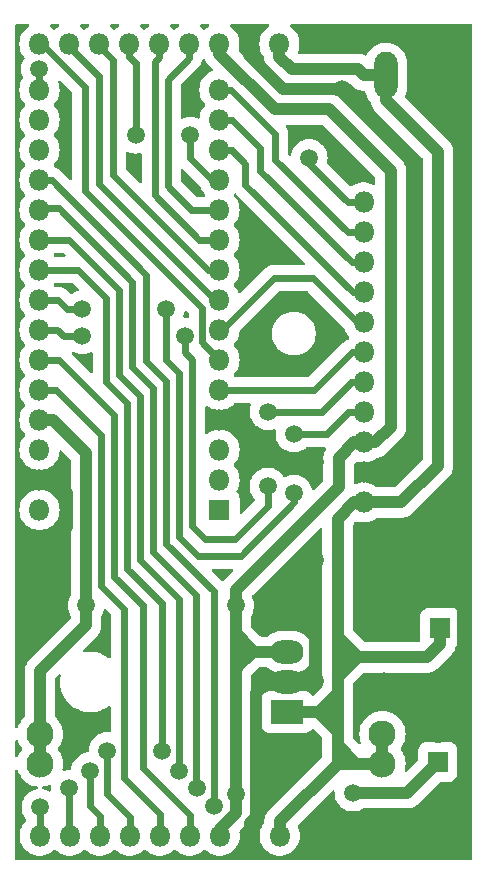
<source format=gbr>
%TF.GenerationSoftware,KiCad,Pcbnew,8.0.6*%
%TF.CreationDate,2025-08-05T17:05:13-05:00*%
%TF.ProjectId,PPDuino_Nano_Procesador,50504475-696e-46f5-9f4e-616e6f5f5072,rev?*%
%TF.SameCoordinates,Original*%
%TF.FileFunction,Copper,L2,Bot*%
%TF.FilePolarity,Positive*%
%FSLAX46Y46*%
G04 Gerber Fmt 4.6, Leading zero omitted, Abs format (unit mm)*
G04 Created by KiCad (PCBNEW 8.0.6) date 2025-08-05 17:05:13*
%MOMM*%
%LPD*%
G01*
G04 APERTURE LIST*
%TA.AperFunction,ComponentPad*%
%ADD10R,1.800000X1.800000*%
%TD*%
%TA.AperFunction,ComponentPad*%
%ADD11O,1.800000X1.800000*%
%TD*%
%TA.AperFunction,ComponentPad*%
%ADD12C,1.800000*%
%TD*%
%TA.AperFunction,ComponentPad*%
%ADD13R,1.980000X3.960000*%
%TD*%
%TA.AperFunction,ComponentPad*%
%ADD14O,1.980000X3.960000*%
%TD*%
%TA.AperFunction,ComponentPad*%
%ADD15R,2.800000X2.000000*%
%TD*%
%TA.AperFunction,ComponentPad*%
%ADD16O,2.800000X2.000000*%
%TD*%
%TA.AperFunction,ComponentPad*%
%ADD17C,2.300000*%
%TD*%
%TA.AperFunction,ComponentPad*%
%ADD18C,2.400000*%
%TD*%
%TA.AperFunction,ViaPad*%
%ADD19C,1.500000*%
%TD*%
%TA.AperFunction,Conductor*%
%ADD20C,0.600000*%
%TD*%
%TA.AperFunction,Conductor*%
%ADD21C,1.000000*%
%TD*%
G04 APERTURE END LIST*
D10*
%TO.P,A1,1,D1/TX*%
%TO.N,unconnected-(A1-D1{slash}TX-Pad1)*%
X108100000Y-90120000D03*
D11*
%TO.P,A1,2,D0/RX*%
%TO.N,unconnected-(A1-D0{slash}RX-Pad2)*%
X108100000Y-87580000D03*
%TO.P,A1,3,~{RESET}*%
%TO.N,unconnected-(A1-~{RESET}-Pad3)*%
X108100000Y-85040000D03*
%TO.P,A1,4,GND*%
%TO.N,GND*%
X108100000Y-82500000D03*
%TO.P,A1,5,D2*%
%TO.N,/RXm*%
X108100000Y-79960000D03*
%TO.P,A1,6,D3*%
%TO.N,/PWM0m*%
X108100000Y-77420000D03*
%TO.P,A1,7,D4*%
%TO.N,/TXm*%
X108100000Y-74880000D03*
%TO.P,A1,8,D5*%
%TO.N,/PWM1m*%
X108100000Y-72340000D03*
%TO.P,A1,9,D6*%
%TO.N,/PWM2m*%
X108100000Y-69800000D03*
%TO.P,A1,10,D7*%
%TO.N,/RLY0*%
X108100000Y-67260000D03*
%TO.P,A1,11,D8*%
%TO.N,/RLY1*%
X108100000Y-64720000D03*
%TO.P,A1,12,D9*%
%TO.N,/PWM3m*%
X108100000Y-62180000D03*
%TO.P,A1,13,D10*%
%TO.N,/SS*%
X108100000Y-59640000D03*
%TO.P,A1,14,D11*%
%TO.N,/MOSI*%
X108100000Y-57100000D03*
%TO.P,A1,15,D12*%
%TO.N,/MISO*%
X108100000Y-54560000D03*
%TO.P,A1,16,D13*%
%TO.N,/SCK*%
X92860000Y-54560000D03*
%TO.P,A1,17,3V3*%
%TO.N,+3.3V*%
X92860000Y-57100000D03*
%TO.P,A1,18,AREF*%
%TO.N,unconnected-(A1-AREF-Pad18)*%
X92860000Y-59640000D03*
%TO.P,A1,19,A0*%
%TO.N,/DI0m*%
X92860000Y-62180000D03*
%TO.P,A1,20,A1*%
%TO.N,/DI1m*%
X92860000Y-64720000D03*
%TO.P,A1,21,A2*%
%TO.N,/DI2m*%
X92860000Y-67260000D03*
%TO.P,A1,22,A3*%
%TO.N,/DI3m*%
X92860000Y-69800000D03*
%TO.P,A1,23,A4*%
%TO.N,/SDA*%
X92860000Y-72340000D03*
%TO.P,A1,24,A5*%
%TO.N,/SCL*%
X92860000Y-74880000D03*
%TO.P,A1,25,A6*%
%TO.N,/AI1m*%
X92860000Y-77420000D03*
%TO.P,A1,26,A7*%
%TO.N,/AI0m*%
X92860000Y-79960000D03*
%TO.P,A1,27,+5V*%
%TO.N,+5V*%
X92860000Y-82500000D03*
%TO.P,A1,28,~{RESET}*%
%TO.N,unconnected-(A1-~{RESET}-Pad28)*%
X92860000Y-85040000D03*
%TO.P,A1,29,GND*%
%TO.N,GND*%
X92860000Y-87580000D03*
%TO.P,A1,30,VIN*%
%TO.N,unconnected-(A1-VIN-Pad30)*%
X92860000Y-90120000D03*
%TD*%
D10*
%TO.P,C1,1*%
%TO.N,VDD*%
X126800000Y-100100000D03*
D12*
%TO.P,C1,2*%
%TO.N,GND*%
X126800000Y-97600000D03*
%TD*%
D13*
%TO.P,J1,1,Pin_1*%
%TO.N,GND*%
X127200000Y-53340000D03*
D14*
%TO.P,J1,2,Pin_2*%
%TO.N,VDD*%
X122200000Y-53340000D03*
%TD*%
D10*
%TO.P,J2,1,Pin_1*%
%TO.N,GND*%
X120300000Y-92040000D03*
D11*
%TO.P,J2,2,Pin_2*%
%TO.N,VDD*%
X120300000Y-89500000D03*
%TO.P,J2,3,Pin_3*%
%TO.N,GND*%
X120300000Y-86960000D03*
%TO.P,J2,4,Pin_4*%
%TO.N,+5V*%
X120300000Y-84420000D03*
%TO.P,J2,5,Pin_5*%
%TO.N,/SDA*%
X120300000Y-81880000D03*
%TO.P,J2,6,Pin_6*%
%TO.N,/SCL*%
X120300000Y-79340000D03*
%TO.P,J2,7,Pin_7*%
%TO.N,/RXm*%
X120300000Y-76800000D03*
%TO.P,J2,8,Pin_8*%
%TO.N,/TXm*%
X120300000Y-74260000D03*
%TO.P,J2,9,Pin_9*%
%TO.N,/SS*%
X120300000Y-71720000D03*
%TO.P,J2,10,Pin_10*%
%TO.N,/MOSI*%
X120300000Y-69180000D03*
%TO.P,J2,11,Pin_11*%
%TO.N,/MISO*%
X120300000Y-66640000D03*
%TO.P,J2,12,Pin_12*%
%TO.N,/SCK*%
X120300000Y-64100000D03*
%TD*%
D10*
%TO.P,J12,1,Pin_1*%
%TO.N,GND*%
X115715000Y-50665000D03*
D11*
%TO.P,J12,2,Pin_2*%
%TO.N,VDD*%
X113175000Y-50665000D03*
%TO.P,J12,3,Pin_3*%
%TO.N,GND*%
X110635000Y-50665000D03*
%TO.P,J12,4,Pin_4*%
%TO.N,+5V*%
X108095000Y-50665000D03*
%TO.P,J12,5,Pin_5*%
%TO.N,/RLY1*%
X105555000Y-50665000D03*
%TO.P,J12,6,Pin_6*%
%TO.N,/RLY0*%
X103015000Y-50665000D03*
%TO.P,J12,7,Pin_7*%
%TO.N,/PWM3m*%
X100475000Y-50665000D03*
%TO.P,J12,8,Pin_8*%
%TO.N,/PWM2m*%
X97935000Y-50665000D03*
%TO.P,J12,9,Pin_9*%
%TO.N,/PWM1m*%
X95395000Y-50665000D03*
%TO.P,J12,10,Pin_10*%
%TO.N,/PWM0m*%
X92855000Y-50665000D03*
%TD*%
D10*
%TO.P,C2,1*%
%TO.N,+5V*%
X126600000Y-111505113D03*
D12*
%TO.P,C2,2*%
%TO.N,GND*%
X126600000Y-109005113D03*
%TD*%
D15*
%TO.P,U1,1,IN*%
%TO.N,VDD*%
X113830000Y-107240000D03*
D16*
%TO.P,U1,2,GND*%
%TO.N,GND*%
X113830000Y-104700000D03*
%TO.P,U1,3,OUT*%
%TO.N,+5V*%
X113830000Y-102160000D03*
%TD*%
D17*
%TO.P,U6,1,+IN*%
%TO.N,VDD*%
X121900000Y-111600000D03*
X121900000Y-109100000D03*
%TO.P,U6,2,-IN*%
%TO.N,GND*%
X121900000Y-100100000D03*
X121900000Y-97600000D03*
%TO.P,U6,3,+OUT*%
%TO.N,+5V*%
X92900000Y-111600000D03*
X92900000Y-109100000D03*
%TO.P,U6,4,-OUT*%
%TO.N,GND*%
X92900000Y-100100000D03*
D18*
X92900000Y-97600000D03*
%TD*%
D10*
%TO.P,J11,1,Pin_1*%
%TO.N,GND*%
X115740000Y-117700000D03*
D11*
%TO.P,J11,2,Pin_2*%
%TO.N,VDD*%
X113200000Y-117700000D03*
%TO.P,J11,3,Pin_3*%
%TO.N,GND*%
X110660000Y-117700000D03*
%TO.P,J11,4,Pin_4*%
%TO.N,+5V*%
X108120000Y-117700000D03*
%TO.P,J11,5,Pin_5*%
%TO.N,/AI1m*%
X105580000Y-117700000D03*
%TO.P,J11,6,Pin_6*%
%TO.N,/AI0m*%
X103040000Y-117700000D03*
%TO.P,J11,7,Pin_7*%
%TO.N,/DI3m*%
X100500000Y-117700000D03*
%TO.P,J11,8,Pin_8*%
%TO.N,/DI2m*%
X97960000Y-117700000D03*
%TO.P,J11,9,Pin_9*%
%TO.N,/DI1m*%
X95420000Y-117700000D03*
%TO.P,J11,10,Pin_10*%
%TO.N,/DI0m*%
X92880000Y-117700000D03*
%TD*%
D19*
%TO.N,/DI3m*%
X98600000Y-110500000D03*
X103200000Y-110500000D03*
%TO.N,/SCK*%
X92860000Y-52800000D03*
X115700000Y-60300000D03*
%TO.N,/DI1m*%
X106200000Y-113700000D03*
X95400000Y-113700000D03*
%TO.N,/SDA*%
X114400000Y-83700000D03*
X114400000Y-88700000D03*
X103600000Y-73100000D03*
X96500000Y-73100000D03*
%TO.N,GND*%
X118500000Y-54500000D03*
X113500000Y-96000000D03*
X94800000Y-96000000D03*
X116200000Y-86100000D03*
X116200000Y-104600000D03*
X116200000Y-94400000D03*
X122000000Y-104600000D03*
X118500000Y-50665000D03*
%TO.N,/DI0m*%
X92900000Y-115300000D03*
X107600000Y-115200000D03*
%TO.N,+5V*%
X109500000Y-98200000D03*
X109500000Y-114200000D03*
X96800000Y-98200000D03*
X119400000Y-114100000D03*
%TO.N,/SCL*%
X112200000Y-81800000D03*
X96500000Y-75400000D03*
X112200000Y-88100000D03*
X105200000Y-75400000D03*
%TO.N,/DI2m*%
X104700000Y-112250000D03*
X97100000Y-112200000D03*
%TO.N,/PWM3m*%
X105600000Y-58400000D03*
X101000000Y-58400000D03*
%TD*%
D20*
%TO.N,/DI3m*%
X103200000Y-110500000D02*
X103200000Y-98000000D01*
X98500000Y-72200000D02*
X96100000Y-69800000D01*
X100500000Y-116100000D02*
X100500000Y-117700000D01*
X96100000Y-69800000D02*
X92860000Y-69800000D01*
X98500000Y-79300000D02*
X98500000Y-72200000D01*
X100300000Y-81100000D02*
X98500000Y-79300000D01*
X100300000Y-95100000D02*
X100300000Y-81100000D01*
X98600000Y-110500000D02*
X98600000Y-114200000D01*
X103200000Y-98000000D02*
X100300000Y-95100000D01*
X98600000Y-114200000D02*
X100500000Y-116100000D01*
%TO.N,/SCK*%
X119000000Y-64100000D02*
X120300000Y-64100000D01*
X115700000Y-60300000D02*
X115700000Y-60800000D01*
X115700000Y-60800000D02*
X119000000Y-64100000D01*
X92860000Y-52800000D02*
X92860000Y-54560000D01*
%TO.N,/DI1m*%
X100700000Y-70800000D02*
X94500000Y-64600000D01*
X102500000Y-93700000D02*
X102500000Y-79800000D01*
X100700000Y-78000000D02*
X100700000Y-70800000D01*
X94500000Y-64600000D02*
X92980000Y-64600000D01*
X95400000Y-113700000D02*
X95400000Y-117680000D01*
D21*
X92980000Y-64600000D02*
X92860000Y-64720000D01*
D20*
X106100000Y-97300000D02*
X102500000Y-93700000D01*
X95400000Y-117680000D02*
X95420000Y-117700000D01*
X106200000Y-113700000D02*
X106100000Y-113600000D01*
X102500000Y-79800000D02*
X100700000Y-78000000D01*
X106100000Y-113600000D02*
X106100000Y-97300000D01*
%TO.N,/RLY0*%
X103015000Y-50665000D02*
X103015000Y-51785000D01*
X103015000Y-51785000D02*
X102600000Y-52200000D01*
X102600000Y-52200000D02*
X102600000Y-63500000D01*
X106360000Y-67260000D02*
X108100000Y-67260000D01*
X102600000Y-63500000D02*
X106360000Y-67260000D01*
%TO.N,/RLY1*%
X105720000Y-64720000D02*
X108100000Y-64720000D01*
X105555000Y-51845000D02*
X103700000Y-53700000D01*
X105555000Y-50665000D02*
X105555000Y-51845000D01*
X103700000Y-62700000D02*
X105720000Y-64720000D01*
X103700000Y-53700000D02*
X103700000Y-62700000D01*
%TO.N,/SDA*%
X96500000Y-73100000D02*
X95200000Y-73100000D01*
X106300000Y-94000000D02*
X104700000Y-92400000D01*
X104700000Y-92400000D02*
X104700000Y-78500000D01*
X95200000Y-73100000D02*
X94440000Y-72340000D01*
X109900000Y-94000000D02*
X106300000Y-94000000D01*
X114400000Y-83700000D02*
X117200000Y-83700000D01*
X114400000Y-88700000D02*
X114400000Y-89500000D01*
X114400000Y-89500000D02*
X109900000Y-94000000D01*
X103600000Y-77400000D02*
X103600000Y-73100000D01*
X117200000Y-83700000D02*
X119020000Y-81880000D01*
X119020000Y-81880000D02*
X120300000Y-81880000D01*
X104700000Y-78500000D02*
X103600000Y-77400000D01*
X94440000Y-72340000D02*
X92860000Y-72340000D01*
D21*
%TO.N,GND*%
X116200000Y-97900000D02*
X116200000Y-97300000D01*
D20*
X94500000Y-96000000D02*
X92900000Y-97600000D01*
D21*
X128694887Y-109005113D02*
X128700000Y-109000000D01*
X92900000Y-96000000D02*
X93600000Y-96000000D01*
X127200000Y-51300000D02*
X127200000Y-53340000D01*
X126000000Y-50100000D02*
X127200000Y-51300000D01*
X122000000Y-104600000D02*
X128700000Y-104600000D01*
X122360000Y-92040000D02*
X122500000Y-92040000D01*
X116200000Y-94650000D02*
X116200000Y-94400000D01*
X128700000Y-104600000D02*
X128700000Y-109000000D01*
X116200000Y-104700000D02*
X113830000Y-104700000D01*
X119035000Y-50665000D02*
X119600000Y-50100000D01*
X111200000Y-105600000D02*
X111200000Y-116100000D01*
X92900000Y-93900000D02*
X92900000Y-94400000D01*
X94080000Y-87580000D02*
X92860000Y-87580000D01*
X112700000Y-86100000D02*
X116200000Y-86100000D01*
X108100000Y-82500000D02*
X109100000Y-82500000D01*
X116200000Y-96000000D02*
X116200000Y-97900000D01*
X124500000Y-84900000D02*
X124500000Y-60500000D01*
X119600000Y-50100000D02*
X126000000Y-50100000D01*
X118500000Y-54500000D02*
X113500000Y-54500000D01*
X113830000Y-104700000D02*
X112100000Y-104700000D01*
X128700000Y-97600000D02*
X128700000Y-104600000D01*
X114900000Y-96000000D02*
X114900000Y-95950000D01*
D20*
X92900000Y-97600000D02*
X93600000Y-96900000D01*
D21*
X92900000Y-96000000D02*
X92900000Y-97600000D01*
X128700000Y-109000000D02*
X128700000Y-112900000D01*
X127200000Y-53340000D02*
X127200000Y-56200000D01*
X93600000Y-96000000D02*
X94800000Y-96000000D01*
X128660000Y-92040000D02*
X128700000Y-92000000D01*
X128700000Y-57700000D02*
X128700000Y-92400000D01*
X122500000Y-92040000D02*
X120300000Y-92040000D01*
X95200000Y-88700000D02*
X94080000Y-87580000D01*
X126800000Y-97600000D02*
X128700000Y-97600000D01*
X116200000Y-97300000D02*
X114900000Y-96000000D01*
X92900000Y-94400000D02*
X94500000Y-96000000D01*
X122440000Y-86960000D02*
X124500000Y-84900000D01*
D20*
X94800000Y-96000000D02*
X94500000Y-96000000D01*
D21*
X121900000Y-97600000D02*
X121900000Y-100100000D01*
X122500000Y-92040000D02*
X128660000Y-92040000D01*
X92900000Y-96000000D02*
X92900000Y-93900000D01*
X116200000Y-94400000D02*
X116200000Y-96000000D01*
X121900000Y-97600000D02*
X126800000Y-97600000D01*
X123900000Y-117700000D02*
X115740000Y-117700000D01*
X111200000Y-116100000D02*
X110660000Y-116640000D01*
X118500000Y-50665000D02*
X115715000Y-50665000D01*
X114900000Y-95950000D02*
X116200000Y-94650000D01*
X112100000Y-104700000D02*
X111200000Y-105600000D01*
X114900000Y-96000000D02*
X116200000Y-96000000D01*
X126600000Y-109005113D02*
X128694887Y-109005113D01*
X109100000Y-82500000D02*
X112700000Y-86100000D01*
X110660000Y-116640000D02*
X110660000Y-117700000D01*
X110635000Y-51635000D02*
X110635000Y-50665000D01*
X128700000Y-92400000D02*
X128700000Y-97600000D01*
X95200000Y-91600000D02*
X95200000Y-88700000D01*
D20*
X93600000Y-96900000D02*
X93600000Y-96000000D01*
D21*
X128700000Y-112900000D02*
X123900000Y-117700000D01*
X124500000Y-60500000D02*
X118500000Y-54500000D01*
X116200000Y-104600000D02*
X116200000Y-104700000D01*
X92900000Y-100100000D02*
X92900000Y-97600000D01*
X120300000Y-86960000D02*
X122440000Y-86960000D01*
X118500000Y-50665000D02*
X119035000Y-50665000D01*
X116200000Y-97900000D02*
X116200000Y-104600000D01*
X92900000Y-93900000D02*
X95200000Y-91600000D01*
X127200000Y-56200000D02*
X128700000Y-57700000D01*
X113500000Y-54500000D02*
X110635000Y-51635000D01*
X113500000Y-96000000D02*
X114900000Y-96000000D01*
D20*
%TO.N,/SS*%
X109140000Y-59640000D02*
X110300000Y-60800000D01*
X110300000Y-62600000D02*
X119420000Y-71720000D01*
X108100000Y-59640000D02*
X109140000Y-59640000D01*
X119420000Y-71720000D02*
X120300000Y-71720000D01*
X110300000Y-60800000D02*
X110300000Y-62600000D01*
%TO.N,/DI0m*%
X107600000Y-97000000D02*
X103600000Y-93000000D01*
X93900000Y-62200000D02*
X92880000Y-62200000D01*
X101900000Y-70200000D02*
X93900000Y-62200000D01*
X107600000Y-115200000D02*
X107600000Y-97000000D01*
X101900000Y-77500000D02*
X101900000Y-70200000D01*
X103600000Y-93000000D02*
X103600000Y-79200000D01*
X92880000Y-62200000D02*
X92860000Y-62180000D01*
X92900000Y-115300000D02*
X92900000Y-117680000D01*
X103600000Y-79200000D02*
X101900000Y-77500000D01*
X92900000Y-117680000D02*
X92880000Y-117700000D01*
%TO.N,/MOSI*%
X111500000Y-61400000D02*
X119280000Y-69180000D01*
X119280000Y-69180000D02*
X120300000Y-69180000D01*
X109150000Y-57100000D02*
X111500000Y-59450000D01*
X108100000Y-57100000D02*
X109150000Y-57100000D01*
X111500000Y-59450000D02*
X111500000Y-61400000D01*
D21*
%TO.N,+5V*%
X94000000Y-82500000D02*
X92860000Y-82500000D01*
X96800000Y-99900000D02*
X96800000Y-98200000D01*
X119480000Y-84420000D02*
X120300000Y-84420000D01*
X92900000Y-111600000D02*
X92900000Y-109100000D01*
X111000000Y-102050000D02*
X110960000Y-102050000D01*
X109560000Y-102050000D02*
X109500000Y-101990000D01*
X113830000Y-102160000D02*
X109800000Y-102160000D01*
X112800000Y-56200000D02*
X117400000Y-56200000D01*
X126594887Y-111505113D02*
X126600000Y-111505113D01*
X118200000Y-88200000D02*
X118200000Y-85700000D01*
X108095000Y-50665000D02*
X108095000Y-51495000D01*
X109500000Y-114200000D02*
X109500000Y-103710000D01*
X109500000Y-98200000D02*
X109500000Y-100590000D01*
X109500000Y-115750000D02*
X108120000Y-117130000D01*
X122600000Y-61400000D02*
X122600000Y-83100000D01*
X111000000Y-102050000D02*
X109560000Y-102050000D01*
X117400000Y-56200000D02*
X122600000Y-61400000D01*
X108095000Y-51495000D02*
X112800000Y-56200000D01*
X124000000Y-114100000D02*
X126594887Y-111505113D01*
X109500000Y-114200000D02*
X109500000Y-115750000D01*
X118200000Y-85700000D02*
X119480000Y-84420000D01*
X109500000Y-96900000D02*
X118200000Y-88200000D01*
X109500000Y-104290000D02*
X109500000Y-103550000D01*
X96800000Y-98200000D02*
X96800000Y-85300000D01*
X109500000Y-98200000D02*
X109500000Y-96900000D01*
X109500000Y-104290000D02*
X109500000Y-101990000D01*
X109500000Y-103550000D02*
X111000000Y-102050000D01*
X110960000Y-102050000D02*
X109500000Y-100590000D01*
X92900000Y-103800000D02*
X96800000Y-99900000D01*
X92900000Y-109100000D02*
X92900000Y-103800000D01*
X119400000Y-114100000D02*
X124000000Y-114100000D01*
X109550000Y-103600000D02*
X109500000Y-103550000D01*
X108120000Y-117130000D02*
X108120000Y-117700000D01*
X121280000Y-84420000D02*
X120300000Y-84420000D01*
X122600000Y-83100000D02*
X121280000Y-84420000D01*
X96800000Y-85300000D02*
X94000000Y-82500000D01*
X109500000Y-100590000D02*
X109500000Y-101990000D01*
D20*
%TO.N,/AI0m*%
X94260000Y-79960000D02*
X98100000Y-83800000D01*
X98100000Y-83800000D02*
X98100000Y-96600000D01*
X100000000Y-112800000D02*
X103040000Y-115840000D01*
X92860000Y-79960000D02*
X94260000Y-79960000D01*
X100000000Y-98500000D02*
X100000000Y-112800000D01*
X98100000Y-96600000D02*
X100000000Y-98500000D01*
X103040000Y-115840000D02*
X103040000Y-117700000D01*
%TO.N,/MISO*%
X112800000Y-58300000D02*
X112800000Y-60500000D01*
X108100000Y-54560000D02*
X109060000Y-54560000D01*
X112800000Y-60500000D02*
X118940000Y-66640000D01*
X118940000Y-66640000D02*
X120300000Y-66640000D01*
X109060000Y-54560000D02*
X112800000Y-58300000D01*
%TO.N,/RXm*%
X116140000Y-79960000D02*
X119300000Y-76800000D01*
X119300000Y-76800000D02*
X120300000Y-76800000D01*
X108100000Y-79960000D02*
X116140000Y-79960000D01*
%TO.N,/SCL*%
X94900000Y-75400000D02*
X94380000Y-74880000D01*
X109400000Y-92600000D02*
X106900000Y-92600000D01*
X105200000Y-76800000D02*
X105200000Y-75400000D01*
X105800000Y-91500000D02*
X105800000Y-77400000D01*
X112200000Y-88100000D02*
X112200000Y-89800000D01*
X112200000Y-89800000D02*
X109400000Y-92600000D01*
X116800000Y-81800000D02*
X119260000Y-79340000D01*
X106900000Y-92600000D02*
X105800000Y-91500000D01*
X119260000Y-79340000D02*
X120300000Y-79340000D01*
X112200000Y-81800000D02*
X116800000Y-81800000D01*
X105800000Y-77400000D02*
X105200000Y-76800000D01*
X96500000Y-75400000D02*
X94900000Y-75400000D01*
X94380000Y-74880000D02*
X92860000Y-74880000D01*
%TO.N,/AI1m*%
X92860000Y-77420000D02*
X94520000Y-77420000D01*
X99200000Y-82100000D02*
X99200000Y-95800000D01*
X99200000Y-95800000D02*
X101600000Y-98200000D01*
X101600000Y-112000000D02*
X105580000Y-115980000D01*
X94520000Y-77420000D02*
X99200000Y-82100000D01*
X101600000Y-98200000D02*
X101600000Y-112000000D01*
X105580000Y-115980000D02*
X105580000Y-117700000D01*
%TO.N,/DI2m*%
X99600000Y-71500000D02*
X95360000Y-67260000D01*
X97100000Y-115200000D02*
X97960000Y-116060000D01*
X97960000Y-116060000D02*
X97960000Y-117700000D01*
X104700000Y-112250000D02*
X104700000Y-97700000D01*
X101400000Y-80500000D02*
X99600000Y-78700000D01*
X101400000Y-94400000D02*
X101400000Y-80500000D01*
X95360000Y-67260000D02*
X92860000Y-67260000D01*
X104700000Y-97700000D02*
X101400000Y-94400000D01*
X97100000Y-112200000D02*
X97100000Y-115200000D01*
X99600000Y-78700000D02*
X99600000Y-71500000D01*
%TO.N,/TXm*%
X108100000Y-74880000D02*
X108320000Y-74880000D01*
X116000000Y-70500000D02*
X119760000Y-74260000D01*
X108320000Y-74880000D02*
X112700000Y-70500000D01*
X119760000Y-74260000D02*
X120300000Y-74260000D01*
X112700000Y-70500000D02*
X116000000Y-70500000D01*
D21*
%TO.N,VDD*%
X126800000Y-100100000D02*
X126800000Y-101500000D01*
X122200000Y-55400000D02*
X122200000Y-53340000D01*
X116500000Y-107240000D02*
X116500000Y-107300000D01*
X116500000Y-107300000D02*
X118100000Y-108900000D01*
X113830000Y-107240000D02*
X116500000Y-107240000D01*
X119800000Y-52800000D02*
X114200000Y-52800000D01*
X119500000Y-89500000D02*
X118100000Y-90900000D01*
X118100000Y-100600000D02*
X118100000Y-102600000D01*
X118100000Y-105400000D02*
X118100000Y-107200000D01*
X126800000Y-101500000D02*
X125700000Y-102600000D01*
X118100000Y-108900000D02*
X118100000Y-110000000D01*
X118100000Y-105400000D02*
X118100000Y-105640000D01*
X126600000Y-86400000D02*
X126600000Y-59800000D01*
X114200000Y-52800000D02*
X113175000Y-51775000D01*
X123500000Y-89500000D02*
X126600000Y-86400000D01*
X118100000Y-104900000D02*
X118100000Y-104300000D01*
X125700000Y-102600000D02*
X119800000Y-102600000D01*
X118100000Y-100900000D02*
X118100000Y-100600000D01*
X120300000Y-89500000D02*
X119500000Y-89500000D01*
X118100000Y-90900000D02*
X118100000Y-100600000D01*
X120340000Y-53340000D02*
X119800000Y-52800000D01*
X118060000Y-107240000D02*
X118100000Y-107200000D01*
X119800000Y-102600000D02*
X118100000Y-100900000D01*
X118100000Y-108900000D02*
X118100000Y-111600000D01*
X118100000Y-107200000D02*
X118100000Y-108900000D01*
X120300000Y-89500000D02*
X123500000Y-89500000D01*
X118100000Y-110000000D02*
X119700000Y-111600000D01*
X119700000Y-111600000D02*
X121900000Y-111600000D01*
X118100000Y-105640000D02*
X116500000Y-107240000D01*
X122200000Y-53340000D02*
X120340000Y-53340000D01*
X126600000Y-59800000D02*
X122200000Y-55400000D01*
X118100000Y-111600000D02*
X119700000Y-111600000D01*
X113175000Y-51775000D02*
X113175000Y-50665000D01*
X119800000Y-102600000D02*
X118100000Y-102600000D01*
X118100000Y-104900000D02*
X118100000Y-105400000D01*
X113200000Y-116500000D02*
X113200000Y-117700000D01*
X118100000Y-104300000D02*
X119800000Y-102600000D01*
X118100000Y-111600000D02*
X113200000Y-116500000D01*
X118100000Y-102600000D02*
X118100000Y-104900000D01*
X116500000Y-107240000D02*
X118060000Y-107240000D01*
X121900000Y-111600000D02*
X121900000Y-109100000D01*
D20*
%TO.N,/PWM1m*%
X107690000Y-72340000D02*
X108100000Y-72340000D01*
X97900000Y-53400000D02*
X97900000Y-62550000D01*
X95395000Y-50895000D02*
X97900000Y-53400000D01*
X95395000Y-50665000D02*
X95395000Y-50895000D01*
X97900000Y-62550000D02*
X107690000Y-72340000D01*
%TO.N,/PWM3m*%
X101000000Y-52300000D02*
X100475000Y-51775000D01*
X101000000Y-58400000D02*
X101000000Y-52300000D01*
X100475000Y-51775000D02*
X100475000Y-50665000D01*
X106900000Y-61600000D02*
X105600000Y-60300000D01*
X107480000Y-62180000D02*
X106900000Y-61600000D01*
X108100000Y-62180000D02*
X107480000Y-62180000D01*
X105600000Y-60300000D02*
X105600000Y-58400000D01*
%TO.N,/PWM2m*%
X107100000Y-69800000D02*
X99100000Y-61800000D01*
X97935000Y-50835000D02*
X97935000Y-50665000D01*
X108100000Y-69800000D02*
X107100000Y-69800000D01*
X99100000Y-61800000D02*
X99100000Y-52000000D01*
X99100000Y-52000000D02*
X97935000Y-50835000D01*
%TO.N,/PWM0m*%
X93065000Y-50665000D02*
X96700000Y-54300000D01*
X106600000Y-75920000D02*
X108100000Y-77420000D01*
X92855000Y-50665000D02*
X93065000Y-50665000D01*
X96700000Y-54300000D02*
X96700000Y-63100000D01*
X106600000Y-73000000D02*
X106600000Y-75920000D01*
X96700000Y-63100000D02*
X106600000Y-73000000D01*
%TD*%
%TA.AperFunction,Conductor*%
%TO.N,GND*%
G36*
X129442539Y-49020185D02*
G01*
X129488294Y-49072989D01*
X129499500Y-49124500D01*
X129499500Y-119675500D01*
X129479815Y-119742539D01*
X129427011Y-119788294D01*
X129375500Y-119799500D01*
X90924500Y-119799500D01*
X90857461Y-119779815D01*
X90811706Y-119727011D01*
X90800500Y-119675500D01*
X90800500Y-112239707D01*
X90820185Y-112172668D01*
X90872989Y-112126913D01*
X90942147Y-112116969D01*
X91005703Y-112145994D01*
X91040680Y-112196371D01*
X91080717Y-112303713D01*
X91121231Y-112412338D01*
X91121233Y-112412342D01*
X91254940Y-112657207D01*
X91254945Y-112657215D01*
X91422138Y-112880560D01*
X91422154Y-112880578D01*
X91619421Y-113077845D01*
X91619439Y-113077861D01*
X91842784Y-113245054D01*
X91842792Y-113245059D01*
X92087657Y-113378766D01*
X92087661Y-113378768D01*
X92087663Y-113378769D01*
X92349077Y-113476271D01*
X92430167Y-113493911D01*
X92609283Y-113532876D01*
X92670606Y-113566361D01*
X92704091Y-113627684D01*
X92699107Y-113697376D01*
X92657235Y-113753309D01*
X92611874Y-113774615D01*
X92419388Y-113820828D01*
X92419380Y-113820830D01*
X92193910Y-113914222D01*
X91985826Y-114041737D01*
X91985823Y-114041738D01*
X91800241Y-114200241D01*
X91641738Y-114385823D01*
X91641737Y-114385826D01*
X91514222Y-114593910D01*
X91420830Y-114819380D01*
X91363853Y-115056702D01*
X91344706Y-115300000D01*
X91363853Y-115543297D01*
X91363853Y-115543300D01*
X91363854Y-115543302D01*
X91390741Y-115655294D01*
X91420830Y-115780619D01*
X91514222Y-116006089D01*
X91641739Y-116214176D01*
X91641742Y-116214181D01*
X91714549Y-116299426D01*
X91743120Y-116363187D01*
X91732683Y-116432273D01*
X91704601Y-116470856D01*
X91629952Y-116540120D01*
X91629949Y-116540123D01*
X91471041Y-116739388D01*
X91343608Y-116960109D01*
X91250492Y-117197362D01*
X91250490Y-117197369D01*
X91193777Y-117445845D01*
X91174732Y-117699995D01*
X91174732Y-117700004D01*
X91193777Y-117954154D01*
X91193778Y-117954157D01*
X91250492Y-118202637D01*
X91343607Y-118439888D01*
X91471041Y-118660612D01*
X91629950Y-118859877D01*
X91816783Y-119033232D01*
X92027366Y-119176805D01*
X92027371Y-119176807D01*
X92027372Y-119176808D01*
X92027373Y-119176809D01*
X92149328Y-119235538D01*
X92256992Y-119287387D01*
X92256993Y-119287387D01*
X92256996Y-119287389D01*
X92500542Y-119362513D01*
X92752565Y-119400500D01*
X93007435Y-119400500D01*
X93259458Y-119362513D01*
X93503004Y-119287389D01*
X93732634Y-119176805D01*
X93943217Y-119033232D01*
X94065659Y-118919623D01*
X94128192Y-118888455D01*
X94197648Y-118896042D01*
X94234341Y-118919623D01*
X94356783Y-119033232D01*
X94567366Y-119176805D01*
X94567371Y-119176807D01*
X94567372Y-119176808D01*
X94567373Y-119176809D01*
X94689328Y-119235538D01*
X94796992Y-119287387D01*
X94796993Y-119287387D01*
X94796996Y-119287389D01*
X95040542Y-119362513D01*
X95292565Y-119400500D01*
X95547435Y-119400500D01*
X95799458Y-119362513D01*
X96043004Y-119287389D01*
X96272634Y-119176805D01*
X96483217Y-119033232D01*
X96605659Y-118919623D01*
X96668192Y-118888455D01*
X96737648Y-118896042D01*
X96774341Y-118919623D01*
X96896783Y-119033232D01*
X97107366Y-119176805D01*
X97107371Y-119176807D01*
X97107372Y-119176808D01*
X97107373Y-119176809D01*
X97229328Y-119235538D01*
X97336992Y-119287387D01*
X97336993Y-119287387D01*
X97336996Y-119287389D01*
X97580542Y-119362513D01*
X97832565Y-119400500D01*
X98087435Y-119400500D01*
X98339458Y-119362513D01*
X98583004Y-119287389D01*
X98812634Y-119176805D01*
X99023217Y-119033232D01*
X99145659Y-118919623D01*
X99208192Y-118888455D01*
X99277648Y-118896042D01*
X99314341Y-118919623D01*
X99436783Y-119033232D01*
X99647366Y-119176805D01*
X99647371Y-119176807D01*
X99647372Y-119176808D01*
X99647373Y-119176809D01*
X99769328Y-119235538D01*
X99876992Y-119287387D01*
X99876993Y-119287387D01*
X99876996Y-119287389D01*
X100120542Y-119362513D01*
X100372565Y-119400500D01*
X100627435Y-119400500D01*
X100879458Y-119362513D01*
X101123004Y-119287389D01*
X101352634Y-119176805D01*
X101563217Y-119033232D01*
X101685659Y-118919623D01*
X101748192Y-118888455D01*
X101817648Y-118896042D01*
X101854341Y-118919623D01*
X101976783Y-119033232D01*
X102187366Y-119176805D01*
X102187371Y-119176807D01*
X102187372Y-119176808D01*
X102187373Y-119176809D01*
X102309328Y-119235538D01*
X102416992Y-119287387D01*
X102416993Y-119287387D01*
X102416996Y-119287389D01*
X102660542Y-119362513D01*
X102912565Y-119400500D01*
X103167435Y-119400500D01*
X103419458Y-119362513D01*
X103663004Y-119287389D01*
X103892634Y-119176805D01*
X104103217Y-119033232D01*
X104225659Y-118919623D01*
X104288192Y-118888455D01*
X104357648Y-118896042D01*
X104394341Y-118919623D01*
X104516783Y-119033232D01*
X104727366Y-119176805D01*
X104727371Y-119176807D01*
X104727372Y-119176808D01*
X104727373Y-119176809D01*
X104849328Y-119235538D01*
X104956992Y-119287387D01*
X104956993Y-119287387D01*
X104956996Y-119287389D01*
X105200542Y-119362513D01*
X105452565Y-119400500D01*
X105707435Y-119400500D01*
X105959458Y-119362513D01*
X106203004Y-119287389D01*
X106432634Y-119176805D01*
X106643217Y-119033232D01*
X106765659Y-118919623D01*
X106828192Y-118888455D01*
X106897648Y-118896042D01*
X106934341Y-118919623D01*
X107056783Y-119033232D01*
X107267366Y-119176805D01*
X107267371Y-119176807D01*
X107267372Y-119176808D01*
X107267373Y-119176809D01*
X107389328Y-119235538D01*
X107496992Y-119287387D01*
X107496993Y-119287387D01*
X107496996Y-119287389D01*
X107740542Y-119362513D01*
X107992565Y-119400500D01*
X108247435Y-119400500D01*
X108499458Y-119362513D01*
X108743004Y-119287389D01*
X108972634Y-119176805D01*
X109183217Y-119033232D01*
X109370050Y-118859877D01*
X109528959Y-118660612D01*
X109656393Y-118439888D01*
X109749508Y-118202637D01*
X109806222Y-117954157D01*
X109825268Y-117700000D01*
X109806222Y-117445843D01*
X109791204Y-117380043D01*
X109795477Y-117310304D01*
X109824412Y-117264771D01*
X110340150Y-116749032D01*
X110340157Y-116749027D01*
X110347217Y-116741967D01*
X110347219Y-116741966D01*
X110491966Y-116597219D01*
X110491968Y-116597215D01*
X110491971Y-116597213D01*
X110594233Y-116456459D01*
X110612287Y-116431610D01*
X110670327Y-116317701D01*
X110705221Y-116249218D01*
X110768477Y-116054534D01*
X110800500Y-115852351D01*
X110800500Y-115647648D01*
X110800500Y-115080219D01*
X110818773Y-115015429D01*
X110885777Y-114906089D01*
X110979169Y-114680619D01*
X110979168Y-114680619D01*
X110979172Y-114680612D01*
X111036146Y-114443302D01*
X111055294Y-114200000D01*
X111036146Y-113956698D01*
X110979172Y-113719388D01*
X110971141Y-113700000D01*
X110933129Y-113608229D01*
X110885777Y-113493911D01*
X110837207Y-113414651D01*
X110818772Y-113384567D01*
X110800500Y-113319778D01*
X110800500Y-104140047D01*
X110820185Y-104073008D01*
X110836819Y-104052366D01*
X111392366Y-103496819D01*
X111453689Y-103463334D01*
X111480047Y-103460500D01*
X112132846Y-103460500D01*
X112199885Y-103480185D01*
X112220527Y-103496819D01*
X112240295Y-103516587D01*
X112240301Y-103516592D01*
X112427550Y-103660273D01*
X112517641Y-103712287D01*
X112631943Y-103778280D01*
X112631948Y-103778282D01*
X112631951Y-103778284D01*
X112850007Y-103868606D01*
X113077986Y-103929693D01*
X113311989Y-103960500D01*
X113311996Y-103960500D01*
X114348004Y-103960500D01*
X114348011Y-103960500D01*
X114582014Y-103929693D01*
X114809993Y-103868606D01*
X115028049Y-103778284D01*
X115232450Y-103660273D01*
X115419699Y-103516592D01*
X115586592Y-103349699D01*
X115730273Y-103162450D01*
X115848284Y-102958049D01*
X115938606Y-102739993D01*
X115999693Y-102512014D01*
X116030500Y-102278011D01*
X116030500Y-102041989D01*
X115999693Y-101807986D01*
X115938606Y-101580007D01*
X115848284Y-101361951D01*
X115848282Y-101361948D01*
X115848280Y-101361943D01*
X115772355Y-101230439D01*
X115730273Y-101157550D01*
X115586592Y-100970301D01*
X115586587Y-100970295D01*
X115419704Y-100803412D01*
X115419697Y-100803406D01*
X115232454Y-100659730D01*
X115232453Y-100659729D01*
X115232450Y-100659727D01*
X115150957Y-100612677D01*
X115028056Y-100541719D01*
X115028045Y-100541714D01*
X114809993Y-100451394D01*
X114582014Y-100390307D01*
X114582013Y-100390306D01*
X114582010Y-100390306D01*
X114348020Y-100359501D01*
X114348017Y-100359500D01*
X114348011Y-100359500D01*
X113311989Y-100359500D01*
X113311983Y-100359500D01*
X113311979Y-100359501D01*
X113077989Y-100390306D01*
X112850006Y-100451394D01*
X112631954Y-100541714D01*
X112631943Y-100541719D01*
X112427545Y-100659730D01*
X112240302Y-100803406D01*
X112240295Y-100803412D01*
X112220527Y-100823181D01*
X112159204Y-100856666D01*
X112132846Y-100859500D01*
X111660046Y-100859500D01*
X111593007Y-100839815D01*
X111572365Y-100823181D01*
X110836819Y-100087634D01*
X110803334Y-100026311D01*
X110800500Y-99999953D01*
X110800500Y-99080219D01*
X110818773Y-99015429D01*
X110885777Y-98906089D01*
X110908812Y-98850478D01*
X110979172Y-98680612D01*
X111036146Y-98443302D01*
X111055294Y-98200000D01*
X111036146Y-97956698D01*
X110979172Y-97719388D01*
X110885777Y-97493911D01*
X110885776Y-97493909D01*
X110885776Y-97493908D01*
X110883468Y-97490142D01*
X110865222Y-97422697D01*
X110886337Y-97356094D01*
X110901508Y-97337675D01*
X116587821Y-91651363D01*
X116649142Y-91617880D01*
X116718834Y-91622864D01*
X116774767Y-91664736D01*
X116799184Y-91730200D01*
X116799500Y-91739046D01*
X116799500Y-105049952D01*
X116779815Y-105116991D01*
X116763181Y-105137633D01*
X116086786Y-105814027D01*
X116025463Y-105847512D01*
X115955771Y-105842528D01*
X115899838Y-105800656D01*
X115894112Y-105792318D01*
X115859820Y-105737743D01*
X115859815Y-105737737D01*
X115732262Y-105610184D01*
X115579523Y-105514211D01*
X115409254Y-105454631D01*
X115409249Y-105454630D01*
X115274960Y-105439500D01*
X115274954Y-105439500D01*
X112385046Y-105439500D01*
X112385039Y-105439500D01*
X112250750Y-105454630D01*
X112250745Y-105454631D01*
X112080476Y-105514211D01*
X111927737Y-105610184D01*
X111800184Y-105737737D01*
X111704211Y-105890476D01*
X111644631Y-106060745D01*
X111644630Y-106060750D01*
X111629500Y-106195039D01*
X111629500Y-108284960D01*
X111644630Y-108419249D01*
X111644631Y-108419254D01*
X111704211Y-108589523D01*
X111759955Y-108678238D01*
X111800184Y-108742262D01*
X111927738Y-108869816D01*
X112018080Y-108926582D01*
X112077396Y-108963853D01*
X112080478Y-108965789D01*
X112237770Y-109020828D01*
X112250745Y-109025368D01*
X112250750Y-109025369D01*
X112341246Y-109035565D01*
X112385040Y-109040499D01*
X112385043Y-109040500D01*
X112385046Y-109040500D01*
X115274957Y-109040500D01*
X115274958Y-109040499D01*
X115342104Y-109032934D01*
X115409249Y-109025369D01*
X115409252Y-109025368D01*
X115409255Y-109025368D01*
X115579522Y-108965789D01*
X115732262Y-108869816D01*
X115859816Y-108742262D01*
X115870958Y-108724528D01*
X115923288Y-108678238D01*
X115992341Y-108667587D01*
X116056191Y-108695959D01*
X116063633Y-108702818D01*
X116763181Y-109402365D01*
X116796666Y-109463688D01*
X116799500Y-109490046D01*
X116799500Y-111009953D01*
X116779815Y-111076992D01*
X116763181Y-111097634D01*
X112208036Y-115652778D01*
X112087716Y-115818384D01*
X112087714Y-115818387D01*
X112049499Y-115893389D01*
X111994779Y-116000780D01*
X111994777Y-116000786D01*
X111977315Y-116054532D01*
X111977315Y-116054533D01*
X111931522Y-116195468D01*
X111923009Y-116249218D01*
X111899500Y-116397648D01*
X111899500Y-116559995D01*
X111879815Y-116627034D01*
X111872447Y-116637308D01*
X111791041Y-116739388D01*
X111663608Y-116960109D01*
X111570492Y-117197362D01*
X111570490Y-117197369D01*
X111513777Y-117445845D01*
X111494732Y-117699995D01*
X111494732Y-117700004D01*
X111513777Y-117954154D01*
X111513778Y-117954157D01*
X111570492Y-118202637D01*
X111663607Y-118439888D01*
X111791041Y-118660612D01*
X111949950Y-118859877D01*
X112136783Y-119033232D01*
X112347366Y-119176805D01*
X112347371Y-119176807D01*
X112347372Y-119176808D01*
X112347373Y-119176809D01*
X112469328Y-119235538D01*
X112576992Y-119287387D01*
X112576993Y-119287387D01*
X112576996Y-119287389D01*
X112820542Y-119362513D01*
X113072565Y-119400500D01*
X113327435Y-119400500D01*
X113579458Y-119362513D01*
X113823004Y-119287389D01*
X114052634Y-119176805D01*
X114263217Y-119033232D01*
X114450050Y-118859877D01*
X114608959Y-118660612D01*
X114736393Y-118439888D01*
X114829508Y-118202637D01*
X114886222Y-117954157D01*
X114905268Y-117700000D01*
X114886222Y-117445843D01*
X114829508Y-117197363D01*
X114736393Y-116960112D01*
X114726382Y-116942773D01*
X114709910Y-116874875D01*
X114732762Y-116808848D01*
X114746083Y-116793100D01*
X117641679Y-113897504D01*
X117703000Y-113864021D01*
X117772692Y-113869005D01*
X117828625Y-113910877D01*
X117853042Y-113976341D01*
X117852976Y-113994915D01*
X117844706Y-114099999D01*
X117863853Y-114343297D01*
X117863853Y-114343300D01*
X117863854Y-114343302D01*
X117887862Y-114443302D01*
X117920830Y-114580619D01*
X118014222Y-114806089D01*
X118141737Y-115014173D01*
X118141738Y-115014176D01*
X118178059Y-115056702D01*
X118300241Y-115199759D01*
X118423719Y-115305219D01*
X118485823Y-115358261D01*
X118485826Y-115358262D01*
X118693910Y-115485777D01*
X118919381Y-115579169D01*
X118919378Y-115579169D01*
X118919384Y-115579170D01*
X118919388Y-115579172D01*
X119156698Y-115636146D01*
X119400000Y-115655294D01*
X119643302Y-115636146D01*
X119880612Y-115579172D01*
X120106089Y-115485777D01*
X120215429Y-115418772D01*
X120280219Y-115400500D01*
X124102351Y-115400500D01*
X124102352Y-115400500D01*
X124304535Y-115368477D01*
X124401876Y-115336848D01*
X124499219Y-115305220D01*
X124597204Y-115255294D01*
X124681611Y-115212287D01*
X124847219Y-115091966D01*
X126697253Y-113241932D01*
X126758576Y-113208447D01*
X126784934Y-113205613D01*
X127544957Y-113205613D01*
X127544958Y-113205612D01*
X127612104Y-113198047D01*
X127679249Y-113190482D01*
X127679252Y-113190481D01*
X127679255Y-113190481D01*
X127849522Y-113130902D01*
X128002262Y-113034929D01*
X128129816Y-112907375D01*
X128225789Y-112754635D01*
X128285368Y-112584368D01*
X128300500Y-112450067D01*
X128300500Y-110560159D01*
X128285368Y-110425858D01*
X128225789Y-110255591D01*
X128129816Y-110102851D01*
X128002262Y-109975297D01*
X127902070Y-109912342D01*
X127849523Y-109879324D01*
X127679254Y-109819744D01*
X127679249Y-109819743D01*
X127544960Y-109804613D01*
X127544954Y-109804613D01*
X125655046Y-109804613D01*
X125655039Y-109804613D01*
X125520750Y-109819743D01*
X125520745Y-109819744D01*
X125350476Y-109879324D01*
X125197737Y-109975297D01*
X125070184Y-110102850D01*
X124974211Y-110255589D01*
X124914631Y-110425858D01*
X124914630Y-110425863D01*
X124899500Y-110560152D01*
X124899500Y-111309953D01*
X124879815Y-111376992D01*
X124863181Y-111397634D01*
X123980880Y-112279934D01*
X123919557Y-112313419D01*
X123849865Y-112308435D01*
X123793932Y-112266563D01*
X123769515Y-112201099D01*
X123776081Y-112155471D01*
X123775026Y-112155162D01*
X123776267Y-112150932D01*
X123776271Y-112150923D01*
X123835578Y-111878294D01*
X123855482Y-111600000D01*
X123835578Y-111321706D01*
X123833021Y-111309953D01*
X123783863Y-111083976D01*
X123776271Y-111049077D01*
X123678769Y-110787663D01*
X123642275Y-110720830D01*
X123545059Y-110542792D01*
X123545058Y-110542791D01*
X123545056Y-110542787D01*
X123456364Y-110424309D01*
X123431948Y-110358846D01*
X123446800Y-110290573D01*
X123456360Y-110275695D01*
X123545056Y-110157213D01*
X123678769Y-109912337D01*
X123776271Y-109650923D01*
X123835578Y-109378294D01*
X123855482Y-109100000D01*
X123835578Y-108821706D01*
X123830344Y-108797648D01*
X123802051Y-108667587D01*
X123776271Y-108549077D01*
X123678769Y-108287663D01*
X123545056Y-108042787D01*
X123545054Y-108042784D01*
X123377861Y-107819439D01*
X123377845Y-107819421D01*
X123180578Y-107622154D01*
X123180560Y-107622138D01*
X122957215Y-107454945D01*
X122957207Y-107454940D01*
X122712342Y-107321233D01*
X122712338Y-107321231D01*
X122613230Y-107284266D01*
X122450923Y-107223729D01*
X122450919Y-107223728D01*
X122450916Y-107223727D01*
X122178299Y-107164422D01*
X121900001Y-107144518D01*
X121899999Y-107144518D01*
X121621700Y-107164422D01*
X121349083Y-107223727D01*
X121349078Y-107223728D01*
X121349077Y-107223729D01*
X121285875Y-107247301D01*
X121087661Y-107321231D01*
X121087657Y-107321233D01*
X120842792Y-107454940D01*
X120842784Y-107454945D01*
X120619439Y-107622138D01*
X120619421Y-107622154D01*
X120422154Y-107819421D01*
X120422138Y-107819439D01*
X120254945Y-108042784D01*
X120254940Y-108042792D01*
X120121233Y-108287657D01*
X120121231Y-108287661D01*
X120023727Y-108549083D01*
X119964422Y-108821700D01*
X119944518Y-109099998D01*
X119944518Y-109100001D01*
X119964422Y-109378299D01*
X120023727Y-109650916D01*
X120023729Y-109650923D01*
X120082467Y-109808405D01*
X120087451Y-109878096D01*
X120053966Y-109939419D01*
X119992643Y-109972904D01*
X119922951Y-109967920D01*
X119878604Y-109939419D01*
X119436819Y-109497634D01*
X119403334Y-109436311D01*
X119400500Y-109409953D01*
X119400500Y-107307486D01*
X119400501Y-107307461D01*
X119400501Y-107093247D01*
X119400500Y-107093232D01*
X119400500Y-104890047D01*
X119420185Y-104823008D01*
X119436819Y-104802366D01*
X120302366Y-103936819D01*
X120363689Y-103903334D01*
X120390047Y-103900500D01*
X125802351Y-103900500D01*
X125802352Y-103900500D01*
X126004535Y-103868477D01*
X126101876Y-103836848D01*
X126199219Y-103805220D01*
X126290414Y-103758753D01*
X126381611Y-103712287D01*
X126547219Y-103591966D01*
X127791966Y-102347219D01*
X127912287Y-102181611D01*
X127975449Y-102057648D01*
X128005220Y-101999219D01*
X128051928Y-101855466D01*
X128068477Y-101804535D01*
X128075611Y-101759486D01*
X128105539Y-101696355D01*
X128132107Y-101673896D01*
X128202262Y-101629816D01*
X128329816Y-101502262D01*
X128425789Y-101349522D01*
X128485368Y-101179255D01*
X128487356Y-101161617D01*
X128500499Y-101044960D01*
X128500500Y-101044956D01*
X128500500Y-99155043D01*
X128500499Y-99155039D01*
X128485369Y-99020750D01*
X128485368Y-99020745D01*
X128425788Y-98850476D01*
X128329815Y-98697737D01*
X128202262Y-98570184D01*
X128049523Y-98474211D01*
X127879254Y-98414631D01*
X127879249Y-98414630D01*
X127744960Y-98399500D01*
X127744954Y-98399500D01*
X125855046Y-98399500D01*
X125855039Y-98399500D01*
X125720750Y-98414630D01*
X125720745Y-98414631D01*
X125550476Y-98474211D01*
X125397737Y-98570184D01*
X125270184Y-98697737D01*
X125174211Y-98850476D01*
X125114631Y-99020745D01*
X125114630Y-99020750D01*
X125099500Y-99155039D01*
X125099500Y-101044960D01*
X125112644Y-101161617D01*
X125100589Y-101230439D01*
X125053240Y-101281818D01*
X124989424Y-101299500D01*
X120390047Y-101299500D01*
X120323008Y-101279815D01*
X120302366Y-101263181D01*
X119436819Y-100397634D01*
X119403334Y-100336311D01*
X119400500Y-100309953D01*
X119400500Y-91490046D01*
X119420185Y-91423007D01*
X119436815Y-91402369D01*
X119681330Y-91157853D01*
X119742651Y-91124370D01*
X119805558Y-91127044D01*
X119920542Y-91162513D01*
X120172565Y-91200500D01*
X120427435Y-91200500D01*
X120679458Y-91162513D01*
X120923004Y-91087389D01*
X121152634Y-90976805D01*
X121363217Y-90833232D01*
X121363225Y-90833223D01*
X121363230Y-90833221D01*
X121366850Y-90830336D01*
X121367566Y-90831234D01*
X121425359Y-90802432D01*
X121447161Y-90800500D01*
X123602351Y-90800500D01*
X123602352Y-90800500D01*
X123804535Y-90768477D01*
X123901876Y-90736848D01*
X123999219Y-90705220D01*
X124090414Y-90658753D01*
X124181611Y-90612287D01*
X124347219Y-90491966D01*
X127591966Y-87247219D01*
X127712287Y-87081611D01*
X127769931Y-86968477D01*
X127805220Y-86899219D01*
X127868477Y-86704534D01*
X127900500Y-86502352D01*
X127900500Y-59697648D01*
X127868477Y-59495466D01*
X127857144Y-59460586D01*
X127805222Y-59300784D01*
X127805221Y-59300781D01*
X127721954Y-59137363D01*
X127712287Y-59118390D01*
X127672198Y-59063212D01*
X127648200Y-59030181D01*
X127591971Y-58952787D01*
X127591968Y-58952784D01*
X127591966Y-58952781D01*
X127447219Y-58808034D01*
X127447218Y-58808033D01*
X127444107Y-58804922D01*
X127444092Y-58804908D01*
X123854264Y-55215079D01*
X123820779Y-55153756D01*
X123825763Y-55084064D01*
X123827343Y-55080046D01*
X123899117Y-54906772D01*
X123959864Y-54680059D01*
X123990500Y-54447356D01*
X123990500Y-52232644D01*
X123959864Y-51999941D01*
X123899117Y-51773228D01*
X123837972Y-51625612D01*
X123809299Y-51556389D01*
X123809294Y-51556379D01*
X123691941Y-51353117D01*
X123549059Y-51166909D01*
X123549053Y-51166902D01*
X123383097Y-51000946D01*
X123383090Y-51000940D01*
X123196882Y-50858058D01*
X122993620Y-50740705D01*
X122993610Y-50740700D01*
X122776779Y-50650886D01*
X122776780Y-50650886D01*
X122776772Y-50650883D01*
X122550059Y-50590136D01*
X122550053Y-50590135D01*
X122550048Y-50590134D01*
X122317365Y-50559501D01*
X122317362Y-50559500D01*
X122317356Y-50559500D01*
X122082644Y-50559500D01*
X122082638Y-50559500D01*
X122082634Y-50559501D01*
X121849951Y-50590134D01*
X121849944Y-50590135D01*
X121849941Y-50590136D01*
X121774370Y-50610385D01*
X121623234Y-50650881D01*
X121623220Y-50650886D01*
X121406389Y-50740700D01*
X121406379Y-50740705D01*
X121203117Y-50858058D01*
X121016909Y-51000940D01*
X121016902Y-51000946D01*
X120850946Y-51166902D01*
X120850940Y-51166909D01*
X120708058Y-51353117D01*
X120590709Y-51556372D01*
X120590704Y-51556381D01*
X120578106Y-51586796D01*
X120534263Y-51641198D01*
X120467969Y-51663261D01*
X120407252Y-51649825D01*
X120359730Y-51625612D01*
X120299221Y-51594781D01*
X120299220Y-51594780D01*
X120299219Y-51594780D01*
X120135982Y-51541741D01*
X120135980Y-51541739D01*
X120104536Y-51531523D01*
X120104531Y-51531522D01*
X119963364Y-51509163D01*
X119902352Y-51499500D01*
X119902351Y-51499500D01*
X114856135Y-51499500D01*
X114789096Y-51479815D01*
X114743341Y-51427011D01*
X114733397Y-51357853D01*
X114740707Y-51330197D01*
X114748806Y-51309561D01*
X114804508Y-51167637D01*
X114861222Y-50919157D01*
X114880268Y-50665000D01*
X114879210Y-50650886D01*
X114861222Y-50410845D01*
X114804509Y-50162369D01*
X114804508Y-50162363D01*
X114711393Y-49925112D01*
X114583959Y-49704388D01*
X114425050Y-49505123D01*
X114238217Y-49331768D01*
X114084480Y-49226952D01*
X114040180Y-49172925D01*
X114032121Y-49103521D01*
X114062864Y-49040779D01*
X114122648Y-49004617D01*
X114154334Y-49000500D01*
X129375500Y-49000500D01*
X129442539Y-49020185D01*
G37*
%TD.AperFunction*%
%TA.AperFunction,Conductor*%
G36*
X91942705Y-49020185D02*
G01*
X91988460Y-49072989D01*
X91998404Y-49142147D01*
X91969379Y-49205703D01*
X91945521Y-49226950D01*
X91867329Y-49280261D01*
X91791782Y-49331768D01*
X91604952Y-49505121D01*
X91604950Y-49505123D01*
X91446041Y-49704388D01*
X91318608Y-49925109D01*
X91225492Y-50162362D01*
X91225490Y-50162369D01*
X91168777Y-50410845D01*
X91149732Y-50664995D01*
X91149732Y-50665004D01*
X91168777Y-50919154D01*
X91225490Y-51167630D01*
X91225492Y-51167637D01*
X91318608Y-51404890D01*
X91446041Y-51625612D01*
X91446043Y-51625615D01*
X91570046Y-51781111D01*
X91596455Y-51845797D01*
X91583698Y-51914493D01*
X91578826Y-51923213D01*
X91474222Y-52093910D01*
X91380830Y-52319380D01*
X91323853Y-52556702D01*
X91304706Y-52800000D01*
X91323853Y-53043297D01*
X91323853Y-53043300D01*
X91323854Y-53043302D01*
X91333431Y-53083191D01*
X91380830Y-53280621D01*
X91380831Y-53280623D01*
X91463851Y-53481052D01*
X91471320Y-53550521D01*
X91453045Y-53595187D01*
X91453361Y-53595370D01*
X91452023Y-53597686D01*
X91451759Y-53598333D01*
X91451047Y-53599376D01*
X91323608Y-53820109D01*
X91230492Y-54057362D01*
X91230490Y-54057369D01*
X91173777Y-54305845D01*
X91154732Y-54559995D01*
X91154732Y-54560004D01*
X91173777Y-54814154D01*
X91225609Y-55041246D01*
X91230492Y-55062637D01*
X91323607Y-55299888D01*
X91451041Y-55520612D01*
X91524401Y-55612602D01*
X91609954Y-55719882D01*
X91630669Y-55739103D01*
X91666422Y-55799132D01*
X91664046Y-55868961D01*
X91630669Y-55920897D01*
X91609954Y-55940117D01*
X91451041Y-56139388D01*
X91323608Y-56360109D01*
X91230492Y-56597362D01*
X91230490Y-56597369D01*
X91173777Y-56845845D01*
X91154732Y-57099995D01*
X91154732Y-57100004D01*
X91173777Y-57354154D01*
X91211672Y-57520185D01*
X91230492Y-57602637D01*
X91323607Y-57839888D01*
X91451041Y-58060612D01*
X91572877Y-58213389D01*
X91609954Y-58259882D01*
X91630669Y-58279103D01*
X91666422Y-58339132D01*
X91664046Y-58408961D01*
X91630669Y-58460897D01*
X91609954Y-58480117D01*
X91451041Y-58679388D01*
X91323608Y-58900109D01*
X91230492Y-59137362D01*
X91230490Y-59137369D01*
X91173777Y-59385845D01*
X91154732Y-59639995D01*
X91154732Y-59640004D01*
X91173777Y-59894154D01*
X91229070Y-60136410D01*
X91230492Y-60142637D01*
X91323607Y-60379888D01*
X91451041Y-60600612D01*
X91596587Y-60783120D01*
X91609954Y-60799882D01*
X91630669Y-60819103D01*
X91666422Y-60879132D01*
X91664046Y-60948961D01*
X91630669Y-61000897D01*
X91609954Y-61020117D01*
X91451041Y-61219388D01*
X91323608Y-61440109D01*
X91230492Y-61677362D01*
X91230490Y-61677369D01*
X91173777Y-61925845D01*
X91154732Y-62179995D01*
X91154732Y-62180004D01*
X91173777Y-62434154D01*
X91216924Y-62623195D01*
X91230492Y-62682637D01*
X91323607Y-62919888D01*
X91451041Y-63140612D01*
X91543385Y-63256407D01*
X91609954Y-63339882D01*
X91630669Y-63359103D01*
X91666422Y-63419132D01*
X91664046Y-63488961D01*
X91630669Y-63540897D01*
X91609954Y-63560117D01*
X91451041Y-63759388D01*
X91323608Y-63980109D01*
X91230492Y-64217362D01*
X91230490Y-64217369D01*
X91173777Y-64465845D01*
X91154732Y-64719995D01*
X91154732Y-64720004D01*
X91173777Y-64974154D01*
X91173778Y-64974157D01*
X91230492Y-65222637D01*
X91323607Y-65459888D01*
X91451041Y-65680612D01*
X91609949Y-65879876D01*
X91609954Y-65879882D01*
X91630669Y-65899103D01*
X91666422Y-65959132D01*
X91664046Y-66028961D01*
X91630669Y-66080897D01*
X91609954Y-66100117D01*
X91451041Y-66299388D01*
X91323608Y-66520109D01*
X91230492Y-66757362D01*
X91230490Y-66757369D01*
X91173777Y-67005845D01*
X91154732Y-67259995D01*
X91154732Y-67260004D01*
X91173777Y-67514154D01*
X91173778Y-67514157D01*
X91230492Y-67762637D01*
X91323607Y-67999888D01*
X91451041Y-68220612D01*
X91578297Y-68380185D01*
X91609954Y-68419882D01*
X91630669Y-68439103D01*
X91666422Y-68499132D01*
X91664046Y-68568961D01*
X91630669Y-68620897D01*
X91609954Y-68640117D01*
X91451041Y-68839388D01*
X91323608Y-69060109D01*
X91230492Y-69297362D01*
X91230490Y-69297369D01*
X91173777Y-69545845D01*
X91154732Y-69799995D01*
X91154732Y-69800004D01*
X91173777Y-70054154D01*
X91173778Y-70054157D01*
X91230492Y-70302637D01*
X91323607Y-70539888D01*
X91451041Y-70760612D01*
X91578297Y-70920185D01*
X91609954Y-70959882D01*
X91630669Y-70979103D01*
X91666422Y-71039132D01*
X91664046Y-71108961D01*
X91630669Y-71160897D01*
X91609954Y-71180117D01*
X91451041Y-71379388D01*
X91323608Y-71600109D01*
X91230492Y-71837362D01*
X91230490Y-71837369D01*
X91173777Y-72085845D01*
X91154732Y-72339995D01*
X91154732Y-72340004D01*
X91173777Y-72594154D01*
X91173778Y-72594157D01*
X91230492Y-72842637D01*
X91323607Y-73079888D01*
X91451041Y-73300612D01*
X91565347Y-73443947D01*
X91609954Y-73499882D01*
X91630669Y-73519103D01*
X91666422Y-73579132D01*
X91664046Y-73648961D01*
X91630669Y-73700897D01*
X91609954Y-73720117D01*
X91451041Y-73919388D01*
X91323608Y-74140109D01*
X91230492Y-74377362D01*
X91230490Y-74377369D01*
X91173777Y-74625845D01*
X91154732Y-74879995D01*
X91154732Y-74880004D01*
X91173777Y-75134154D01*
X91193510Y-75220612D01*
X91230492Y-75382637D01*
X91303619Y-75568961D01*
X91323608Y-75619890D01*
X91335290Y-75640124D01*
X91451041Y-75840612D01*
X91546719Y-75960588D01*
X91609954Y-76039882D01*
X91630669Y-76059103D01*
X91666422Y-76119132D01*
X91664046Y-76188961D01*
X91630669Y-76240897D01*
X91609954Y-76260117D01*
X91451041Y-76459388D01*
X91323608Y-76680109D01*
X91230492Y-76917362D01*
X91230490Y-76917369D01*
X91173777Y-77165845D01*
X91154732Y-77419995D01*
X91154732Y-77420004D01*
X91173777Y-77674154D01*
X91173778Y-77674157D01*
X91230492Y-77922637D01*
X91323607Y-78159888D01*
X91451041Y-78380612D01*
X91501429Y-78443796D01*
X91609954Y-78579882D01*
X91630669Y-78599103D01*
X91666422Y-78659132D01*
X91664046Y-78728961D01*
X91630669Y-78780897D01*
X91609954Y-78800117D01*
X91451041Y-78999388D01*
X91323608Y-79220109D01*
X91230492Y-79457362D01*
X91230490Y-79457369D01*
X91173777Y-79705845D01*
X91154732Y-79959995D01*
X91154732Y-79960004D01*
X91173777Y-80214154D01*
X91173778Y-80214157D01*
X91230492Y-80462637D01*
X91323607Y-80699888D01*
X91451041Y-80920612D01*
X91578297Y-81080185D01*
X91609954Y-81119882D01*
X91630669Y-81139103D01*
X91666422Y-81199132D01*
X91664046Y-81268961D01*
X91630669Y-81320897D01*
X91609954Y-81340117D01*
X91451041Y-81539388D01*
X91323608Y-81760109D01*
X91230492Y-81997362D01*
X91230490Y-81997369D01*
X91173777Y-82245845D01*
X91154732Y-82499995D01*
X91154732Y-82500004D01*
X91173777Y-82754154D01*
X91207010Y-82899759D01*
X91230492Y-83002637D01*
X91323607Y-83239888D01*
X91451041Y-83460612D01*
X91609950Y-83659877D01*
X91609954Y-83659882D01*
X91630669Y-83679103D01*
X91666422Y-83739132D01*
X91664046Y-83808961D01*
X91630669Y-83860897D01*
X91609954Y-83880117D01*
X91451041Y-84079388D01*
X91323608Y-84300109D01*
X91230492Y-84537362D01*
X91230490Y-84537369D01*
X91173777Y-84785845D01*
X91154732Y-85039995D01*
X91154732Y-85040004D01*
X91173777Y-85294154D01*
X91230490Y-85542630D01*
X91230492Y-85542637D01*
X91323608Y-85779890D01*
X91340965Y-85809953D01*
X91451041Y-86000612D01*
X91609950Y-86199877D01*
X91796783Y-86373232D01*
X92007366Y-86516805D01*
X92007371Y-86516807D01*
X92007372Y-86516808D01*
X92007373Y-86516809D01*
X92105062Y-86563853D01*
X92236992Y-86627387D01*
X92236993Y-86627387D01*
X92236996Y-86627389D01*
X92480542Y-86702513D01*
X92732565Y-86740500D01*
X92987435Y-86740500D01*
X93239458Y-86702513D01*
X93483004Y-86627389D01*
X93712634Y-86516805D01*
X93923217Y-86373232D01*
X94110050Y-86199877D01*
X94268959Y-86000612D01*
X94396393Y-85779888D01*
X94489508Y-85542637D01*
X94546222Y-85294157D01*
X94554518Y-85183451D01*
X94579157Y-85118071D01*
X94635232Y-85076390D01*
X94704940Y-85071642D01*
X94765852Y-85105037D01*
X95463181Y-85802366D01*
X95496666Y-85863689D01*
X95499500Y-85890047D01*
X95499500Y-97319778D01*
X95481228Y-97384567D01*
X95414222Y-97493912D01*
X95320830Y-97719380D01*
X95263853Y-97956702D01*
X95244706Y-98200000D01*
X95263853Y-98443297D01*
X95263853Y-98443300D01*
X95263854Y-98443302D01*
X95284991Y-98531344D01*
X95320830Y-98680619D01*
X95414222Y-98906089D01*
X95481227Y-99015429D01*
X95499500Y-99080219D01*
X95499500Y-99309953D01*
X95479815Y-99376992D01*
X95463181Y-99397634D01*
X91908036Y-102952778D01*
X91787716Y-103118384D01*
X91787711Y-103118392D01*
X91770604Y-103151965D01*
X91770605Y-103151966D01*
X91694781Y-103300776D01*
X91631522Y-103495465D01*
X91599500Y-103697648D01*
X91599500Y-107590714D01*
X91579815Y-107657753D01*
X91563181Y-107678395D01*
X91422154Y-107819421D01*
X91422138Y-107819439D01*
X91254945Y-108042784D01*
X91254940Y-108042792D01*
X91121233Y-108287657D01*
X91121231Y-108287661D01*
X91040682Y-108503625D01*
X90998811Y-108559559D01*
X90933346Y-108583976D01*
X90865073Y-108569124D01*
X90815668Y-108519719D01*
X90800500Y-108460292D01*
X90800500Y-90119995D01*
X91154732Y-90119995D01*
X91154732Y-90120004D01*
X91173777Y-90374154D01*
X91228129Y-90612287D01*
X91230492Y-90622637D01*
X91323607Y-90859888D01*
X91451041Y-91080612D01*
X91609950Y-91279877D01*
X91796783Y-91453232D01*
X92007366Y-91596805D01*
X92007371Y-91596807D01*
X92007372Y-91596808D01*
X92007373Y-91596809D01*
X92120661Y-91651365D01*
X92236992Y-91707387D01*
X92236993Y-91707387D01*
X92236996Y-91707389D01*
X92480542Y-91782513D01*
X92732565Y-91820500D01*
X92987435Y-91820500D01*
X93239458Y-91782513D01*
X93483004Y-91707389D01*
X93712634Y-91596805D01*
X93923217Y-91453232D01*
X94110050Y-91279877D01*
X94268959Y-91080612D01*
X94396393Y-90859888D01*
X94489508Y-90622637D01*
X94546222Y-90374157D01*
X94565268Y-90120000D01*
X94546222Y-89865843D01*
X94489508Y-89617363D01*
X94396393Y-89380112D01*
X94268959Y-89159388D01*
X94110050Y-88960123D01*
X93923217Y-88786768D01*
X93712634Y-88643195D01*
X93712630Y-88643193D01*
X93712627Y-88643191D01*
X93712626Y-88643190D01*
X93483006Y-88532612D01*
X93483008Y-88532612D01*
X93239466Y-88457489D01*
X93239462Y-88457488D01*
X93239458Y-88457487D01*
X93118231Y-88439214D01*
X92987440Y-88419500D01*
X92987435Y-88419500D01*
X92732565Y-88419500D01*
X92732559Y-88419500D01*
X92575609Y-88443157D01*
X92480542Y-88457487D01*
X92480539Y-88457488D01*
X92480533Y-88457489D01*
X92236992Y-88532612D01*
X92007373Y-88643190D01*
X92007372Y-88643191D01*
X91796782Y-88786768D01*
X91609952Y-88960121D01*
X91609950Y-88960123D01*
X91451041Y-89159388D01*
X91323608Y-89380109D01*
X91230492Y-89617362D01*
X91230490Y-89617369D01*
X91173777Y-89865845D01*
X91154732Y-90119995D01*
X90800500Y-90119995D01*
X90800500Y-49124500D01*
X90820185Y-49057461D01*
X90872989Y-49011706D01*
X90924500Y-49000500D01*
X91875666Y-49000500D01*
X91942705Y-49020185D01*
G37*
%TD.AperFunction*%
%TA.AperFunction,Conductor*%
G36*
X110709522Y-81080185D02*
G01*
X110755277Y-81132989D01*
X110765221Y-81202147D01*
X110757044Y-81231953D01*
X110720830Y-81319380D01*
X110663853Y-81556702D01*
X110644706Y-81800000D01*
X110663853Y-82043297D01*
X110720830Y-82280619D01*
X110814222Y-82506089D01*
X110941737Y-82714173D01*
X110941738Y-82714176D01*
X110941741Y-82714179D01*
X111100241Y-82899759D01*
X111214855Y-82997648D01*
X111285823Y-83058261D01*
X111285826Y-83058262D01*
X111493910Y-83185777D01*
X111719381Y-83279169D01*
X111719378Y-83279169D01*
X111719384Y-83279170D01*
X111719388Y-83279172D01*
X111956698Y-83336146D01*
X112200000Y-83355294D01*
X112443302Y-83336146D01*
X112680612Y-83279172D01*
X112706575Y-83268417D01*
X112776042Y-83260948D01*
X112838522Y-83292221D01*
X112874176Y-83352309D01*
X112874603Y-83411925D01*
X112863853Y-83456700D01*
X112844706Y-83700000D01*
X112863853Y-83943297D01*
X112863853Y-83943300D01*
X112863854Y-83943302D01*
X112864794Y-83947219D01*
X112920830Y-84180619D01*
X113014222Y-84406089D01*
X113141737Y-84614173D01*
X113141738Y-84614176D01*
X113141741Y-84614179D01*
X113300241Y-84799759D01*
X113409965Y-84893472D01*
X113485823Y-84958261D01*
X113485826Y-84958262D01*
X113693910Y-85085777D01*
X113919381Y-85179169D01*
X113919378Y-85179169D01*
X113919384Y-85179170D01*
X113919388Y-85179172D01*
X114156698Y-85236146D01*
X114400000Y-85255294D01*
X114643302Y-85236146D01*
X114880612Y-85179172D01*
X115106089Y-85085777D01*
X115314179Y-84958259D01*
X115390035Y-84893472D01*
X115464106Y-84830210D01*
X115527867Y-84801639D01*
X115544637Y-84800500D01*
X117002655Y-84800500D01*
X117069694Y-84820185D01*
X117115449Y-84872989D01*
X117125393Y-84942147D01*
X117102972Y-84997386D01*
X117087715Y-85018384D01*
X117046385Y-85099500D01*
X116994782Y-85200775D01*
X116994780Y-85200780D01*
X116994780Y-85200781D01*
X116983289Y-85236146D01*
X116983288Y-85236147D01*
X116931523Y-85395461D01*
X116931522Y-85395465D01*
X116923399Y-85446759D01*
X116923399Y-85446760D01*
X116902493Y-85578755D01*
X116899500Y-85597649D01*
X116899500Y-87609952D01*
X116879815Y-87676991D01*
X116863181Y-87697633D01*
X116125230Y-88435583D01*
X116063907Y-88469068D01*
X115994215Y-88464084D01*
X115938282Y-88422212D01*
X115916976Y-88376853D01*
X115879172Y-88219388D01*
X115870934Y-88199500D01*
X115785777Y-87993910D01*
X115658262Y-87785826D01*
X115658261Y-87785823D01*
X115582939Y-87697633D01*
X115499759Y-87600241D01*
X115377063Y-87495449D01*
X115314176Y-87441738D01*
X115314173Y-87441737D01*
X115106089Y-87314222D01*
X114880618Y-87220830D01*
X114880621Y-87220830D01*
X114774992Y-87195470D01*
X114643302Y-87163854D01*
X114643300Y-87163853D01*
X114643297Y-87163853D01*
X114400000Y-87144706D01*
X114156702Y-87163853D01*
X114156698Y-87163854D01*
X114065180Y-87185826D01*
X113919380Y-87220830D01*
X113693918Y-87314219D01*
X113693906Y-87314225D01*
X113685519Y-87319365D01*
X113618073Y-87337606D01*
X113551471Y-87316488D01*
X113515007Y-87278426D01*
X113458259Y-87185821D01*
X113439497Y-87163854D01*
X113423144Y-87144706D01*
X113299759Y-87000241D01*
X113177063Y-86895449D01*
X113114176Y-86841738D01*
X113114173Y-86841737D01*
X112906089Y-86714222D01*
X112680618Y-86620830D01*
X112680621Y-86620830D01*
X112574992Y-86595470D01*
X112443302Y-86563854D01*
X112443300Y-86563853D01*
X112443297Y-86563853D01*
X112200000Y-86544706D01*
X111956702Y-86563853D01*
X111719380Y-86620830D01*
X111493910Y-86714222D01*
X111285826Y-86841737D01*
X111285823Y-86841738D01*
X111100241Y-87000241D01*
X110941738Y-87185823D01*
X110941737Y-87185826D01*
X110814222Y-87393910D01*
X110720830Y-87619380D01*
X110663853Y-87856702D01*
X110644706Y-88100000D01*
X110663853Y-88343297D01*
X110663853Y-88343300D01*
X110663854Y-88343302D01*
X110704487Y-88512550D01*
X110720830Y-88580619D01*
X110814222Y-88806089D01*
X110941737Y-89014173D01*
X110941738Y-89014175D01*
X110941739Y-89014177D01*
X110941741Y-89014179D01*
X111069791Y-89164106D01*
X111098361Y-89227865D01*
X111099500Y-89244636D01*
X111099500Y-89292796D01*
X111079815Y-89359835D01*
X111063181Y-89380477D01*
X110012181Y-90431477D01*
X109950858Y-90464962D01*
X109881166Y-90459978D01*
X109825233Y-90418106D01*
X109800816Y-90352642D01*
X109800500Y-90343796D01*
X109800500Y-89175043D01*
X109800499Y-89175039D01*
X109785369Y-89040750D01*
X109785368Y-89040745D01*
X109725788Y-88870476D01*
X109629815Y-88717737D01*
X109555643Y-88643565D01*
X109522158Y-88582242D01*
X109527142Y-88512550D01*
X109535937Y-88493884D01*
X109636393Y-88319888D01*
X109729508Y-88082637D01*
X109786222Y-87834157D01*
X109798000Y-87676991D01*
X109805268Y-87580004D01*
X109805268Y-87579995D01*
X109786222Y-87325845D01*
X109784086Y-87316488D01*
X109729508Y-87077363D01*
X109636393Y-86840112D01*
X109508959Y-86619388D01*
X109350050Y-86420123D01*
X109329330Y-86400898D01*
X109293576Y-86340870D01*
X109295951Y-86271041D01*
X109329331Y-86219101D01*
X109350050Y-86199877D01*
X109508959Y-86000612D01*
X109636393Y-85779888D01*
X109729508Y-85542637D01*
X109786222Y-85294157D01*
X109805268Y-85040000D01*
X109799142Y-84958259D01*
X109789547Y-84830210D01*
X109786222Y-84785843D01*
X109729508Y-84537363D01*
X109636393Y-84300112D01*
X109508959Y-84079388D01*
X109350050Y-83880123D01*
X109163217Y-83706768D01*
X108952634Y-83563195D01*
X108952630Y-83563193D01*
X108952627Y-83563191D01*
X108952626Y-83563190D01*
X108723006Y-83452612D01*
X108723008Y-83452612D01*
X108479466Y-83377489D01*
X108479462Y-83377488D01*
X108479458Y-83377487D01*
X108358231Y-83359214D01*
X108227440Y-83339500D01*
X108227435Y-83339500D01*
X107972565Y-83339500D01*
X107972559Y-83339500D01*
X107815609Y-83363157D01*
X107720542Y-83377487D01*
X107720539Y-83377488D01*
X107720533Y-83377489D01*
X107476992Y-83452612D01*
X107247373Y-83563190D01*
X107247365Y-83563195D01*
X107094351Y-83667518D01*
X107027872Y-83689018D01*
X106960322Y-83671164D01*
X106913148Y-83619623D01*
X106900500Y-83565064D01*
X106900500Y-81434935D01*
X106920185Y-81367896D01*
X106972989Y-81322141D01*
X107042147Y-81312197D01*
X107094349Y-81332479D01*
X107247366Y-81436805D01*
X107247371Y-81436807D01*
X107247372Y-81436808D01*
X107247373Y-81436809D01*
X107369328Y-81495538D01*
X107476992Y-81547387D01*
X107476993Y-81547387D01*
X107476996Y-81547389D01*
X107720542Y-81622513D01*
X107972565Y-81660500D01*
X108227435Y-81660500D01*
X108479458Y-81622513D01*
X108723004Y-81547389D01*
X108952634Y-81436805D01*
X109163217Y-81293232D01*
X109350050Y-81119877D01*
X109360169Y-81107187D01*
X109417358Y-81067047D01*
X109457117Y-81060500D01*
X110642483Y-81060500D01*
X110709522Y-81080185D01*
G37*
%TD.AperFunction*%
%TA.AperFunction,Conductor*%
G36*
X112262705Y-49020185D02*
G01*
X112308460Y-49072989D01*
X112318404Y-49142147D01*
X112289379Y-49205703D01*
X112265521Y-49226950D01*
X112187329Y-49280261D01*
X112111782Y-49331768D01*
X111924952Y-49505121D01*
X111924950Y-49505123D01*
X111766041Y-49704388D01*
X111638608Y-49925109D01*
X111545492Y-50162362D01*
X111545490Y-50162369D01*
X111488777Y-50410845D01*
X111469732Y-50664995D01*
X111469732Y-50665004D01*
X111488777Y-50919154D01*
X111545325Y-51166909D01*
X111545492Y-51167637D01*
X111638607Y-51404888D01*
X111766041Y-51625612D01*
X111847447Y-51727691D01*
X111873855Y-51792376D01*
X111874500Y-51805003D01*
X111874500Y-51877352D01*
X111878809Y-51904555D01*
X111906522Y-52079531D01*
X111906523Y-52079536D01*
X111926755Y-52141805D01*
X111926756Y-52141805D01*
X111969781Y-52274223D01*
X112014398Y-52361787D01*
X112062713Y-52456611D01*
X112183034Y-52622219D01*
X113352781Y-53791966D01*
X113518389Y-53912287D01*
X113607520Y-53957701D01*
X113700780Y-54005220D01*
X113700786Y-54005222D01*
X113751147Y-54021584D01*
X113798121Y-54036847D01*
X113798122Y-54036848D01*
X113822458Y-54044755D01*
X113895465Y-54068477D01*
X114097648Y-54100500D01*
X114302352Y-54100500D01*
X119209953Y-54100500D01*
X119276992Y-54120185D01*
X119297634Y-54136819D01*
X119492781Y-54331966D01*
X119658389Y-54452287D01*
X119699830Y-54473402D01*
X119840780Y-54545220D01*
X119840786Y-54545222D01*
X119886254Y-54559995D01*
X119938121Y-54576847D01*
X119938122Y-54576848D01*
X119962458Y-54584755D01*
X120035465Y-54608477D01*
X120237648Y-54640500D01*
X120334388Y-54640500D01*
X120401427Y-54660185D01*
X120447182Y-54712989D01*
X120454160Y-54732401D01*
X120500883Y-54906772D01*
X120500886Y-54906779D01*
X120590700Y-55123610D01*
X120590705Y-55123620D01*
X120708058Y-55326882D01*
X120850940Y-55513090D01*
X120850946Y-55513097D01*
X120882169Y-55544320D01*
X120915654Y-55605643D01*
X120916961Y-55612602D01*
X120930926Y-55700767D01*
X120931523Y-55704535D01*
X120942755Y-55739103D01*
X120994780Y-55899219D01*
X121015622Y-55940123D01*
X121087713Y-56081611D01*
X121208034Y-56247219D01*
X123239918Y-58279103D01*
X125263181Y-60302365D01*
X125296666Y-60363688D01*
X125299500Y-60390046D01*
X125299500Y-85809953D01*
X125279815Y-85876992D01*
X125263181Y-85897634D01*
X122997634Y-88163181D01*
X122936311Y-88196666D01*
X122909953Y-88199500D01*
X121447161Y-88199500D01*
X121380122Y-88179815D01*
X121366919Y-88169577D01*
X121366850Y-88169664D01*
X121363230Y-88166778D01*
X121363221Y-88166772D01*
X121363217Y-88166768D01*
X121152634Y-88023195D01*
X121152630Y-88023193D01*
X121152627Y-88023191D01*
X121152626Y-88023190D01*
X120926526Y-87914307D01*
X120923006Y-87912612D01*
X120923008Y-87912612D01*
X120679466Y-87837489D01*
X120679462Y-87837488D01*
X120679458Y-87837487D01*
X120558231Y-87819214D01*
X120427440Y-87799500D01*
X120427435Y-87799500D01*
X120172565Y-87799500D01*
X120172559Y-87799500D01*
X120015609Y-87823157D01*
X119920542Y-87837487D01*
X119920539Y-87837488D01*
X119920533Y-87837489D01*
X119676991Y-87912612D01*
X119672675Y-87914307D01*
X119672161Y-87912997D01*
X119609342Y-87923332D01*
X119545212Y-87895600D01*
X119506255Y-87837599D01*
X119500500Y-87800262D01*
X119500500Y-86290046D01*
X119520185Y-86223007D01*
X119536810Y-86202374D01*
X119666046Y-86073137D01*
X119727365Y-86039655D01*
X119790273Y-86042329D01*
X119920542Y-86082513D01*
X120172565Y-86120500D01*
X120427435Y-86120500D01*
X120679458Y-86082513D01*
X120923004Y-86007389D01*
X121152634Y-85896805D01*
X121363217Y-85753232D01*
X121374147Y-85743089D01*
X121436678Y-85711919D01*
X121439039Y-85711521D01*
X121544880Y-85694757D01*
X121584530Y-85688478D01*
X121584530Y-85688477D01*
X121584535Y-85688477D01*
X121681876Y-85656848D01*
X121779219Y-85625220D01*
X121870414Y-85578753D01*
X121961611Y-85532287D01*
X122127219Y-85411966D01*
X123591966Y-83947219D01*
X123712287Y-83781611D01*
X123798429Y-83612547D01*
X123805220Y-83599219D01*
X123852856Y-83452611D01*
X123868477Y-83404535D01*
X123900500Y-83202352D01*
X123900500Y-82997648D01*
X123900500Y-61507487D01*
X123900501Y-61507462D01*
X123900501Y-61297650D01*
X123899157Y-61289165D01*
X123868477Y-61095466D01*
X123868476Y-61095462D01*
X123868476Y-61095461D01*
X123805222Y-60900784D01*
X123805221Y-60900781D01*
X123758754Y-60809586D01*
X123712287Y-60718390D01*
X123710995Y-60716612D01*
X123698561Y-60699496D01*
X123698561Y-60699495D01*
X123591972Y-60552788D01*
X123591968Y-60552784D01*
X123591966Y-60552781D01*
X123447219Y-60408034D01*
X123447218Y-60408033D01*
X123444107Y-60404922D01*
X123444092Y-60404908D01*
X118247221Y-55208036D01*
X118247220Y-55208035D01*
X118247219Y-55208034D01*
X118081611Y-55087713D01*
X117990414Y-55041246D01*
X117899223Y-54994781D01*
X117852515Y-54979604D01*
X117801876Y-54963151D01*
X117778003Y-54955394D01*
X117704535Y-54931522D01*
X117529995Y-54903878D01*
X117502352Y-54899500D01*
X117502351Y-54899500D01*
X113390046Y-54899500D01*
X113323007Y-54879815D01*
X113302365Y-54863181D01*
X109748746Y-51309561D01*
X109715261Y-51248238D01*
X109720245Y-51178546D01*
X109720976Y-51176633D01*
X109724508Y-51167637D01*
X109781222Y-50919157D01*
X109800268Y-50665000D01*
X109799210Y-50650886D01*
X109781222Y-50410845D01*
X109724509Y-50162369D01*
X109724508Y-50162363D01*
X109631393Y-49925112D01*
X109503959Y-49704388D01*
X109345050Y-49505123D01*
X109158217Y-49331768D01*
X109004480Y-49226952D01*
X108960180Y-49172925D01*
X108952121Y-49103521D01*
X108982864Y-49040779D01*
X109042648Y-49004617D01*
X109074334Y-49000500D01*
X112195666Y-49000500D01*
X112262705Y-49020185D01*
G37*
%TD.AperFunction*%
%TD*%
%TA.AperFunction,NonConductor*%
G36*
X107182705Y-49020185D02*
G01*
X107228460Y-49072989D01*
X107238404Y-49142147D01*
X107209379Y-49205703D01*
X107185521Y-49226950D01*
X107107329Y-49280261D01*
X107031782Y-49331768D01*
X106909341Y-49445377D01*
X106846808Y-49476545D01*
X106777352Y-49468958D01*
X106740659Y-49445377D01*
X106618217Y-49331768D01*
X106464480Y-49226952D01*
X106420180Y-49172925D01*
X106412121Y-49103521D01*
X106442864Y-49040779D01*
X106502648Y-49004617D01*
X106534334Y-49000500D01*
X107115666Y-49000500D01*
X107182705Y-49020185D01*
G37*
%TD.AperFunction*%
%TA.AperFunction,NonConductor*%
G36*
X104642705Y-49020185D02*
G01*
X104688460Y-49072989D01*
X104698404Y-49142147D01*
X104669379Y-49205703D01*
X104645521Y-49226950D01*
X104567329Y-49280261D01*
X104491782Y-49331768D01*
X104369341Y-49445377D01*
X104306808Y-49476545D01*
X104237352Y-49468958D01*
X104200659Y-49445377D01*
X104078217Y-49331768D01*
X103924480Y-49226952D01*
X103880180Y-49172925D01*
X103872121Y-49103521D01*
X103902864Y-49040779D01*
X103962648Y-49004617D01*
X103994334Y-49000500D01*
X104575666Y-49000500D01*
X104642705Y-49020185D01*
G37*
%TD.AperFunction*%
%TA.AperFunction,NonConductor*%
G36*
X102102705Y-49020185D02*
G01*
X102148460Y-49072989D01*
X102158404Y-49142147D01*
X102129379Y-49205703D01*
X102105521Y-49226950D01*
X102027329Y-49280261D01*
X101951782Y-49331768D01*
X101829341Y-49445377D01*
X101766808Y-49476545D01*
X101697352Y-49468958D01*
X101660659Y-49445377D01*
X101538217Y-49331768D01*
X101384480Y-49226952D01*
X101340180Y-49172925D01*
X101332121Y-49103521D01*
X101362864Y-49040779D01*
X101422648Y-49004617D01*
X101454334Y-49000500D01*
X102035666Y-49000500D01*
X102102705Y-49020185D01*
G37*
%TD.AperFunction*%
%TA.AperFunction,NonConductor*%
G36*
X99562705Y-49020185D02*
G01*
X99608460Y-49072989D01*
X99618404Y-49142147D01*
X99589379Y-49205703D01*
X99565521Y-49226950D01*
X99487329Y-49280261D01*
X99411782Y-49331768D01*
X99289341Y-49445377D01*
X99226808Y-49476545D01*
X99157352Y-49468958D01*
X99120659Y-49445377D01*
X98998217Y-49331768D01*
X98844480Y-49226952D01*
X98800180Y-49172925D01*
X98792121Y-49103521D01*
X98822864Y-49040779D01*
X98882648Y-49004617D01*
X98914334Y-49000500D01*
X99495666Y-49000500D01*
X99562705Y-49020185D01*
G37*
%TD.AperFunction*%
%TA.AperFunction,NonConductor*%
G36*
X97022705Y-49020185D02*
G01*
X97068460Y-49072989D01*
X97078404Y-49142147D01*
X97049379Y-49205703D01*
X97025521Y-49226950D01*
X96947329Y-49280261D01*
X96871782Y-49331768D01*
X96749341Y-49445377D01*
X96686808Y-49476545D01*
X96617352Y-49468958D01*
X96580659Y-49445377D01*
X96458217Y-49331768D01*
X96304480Y-49226952D01*
X96260180Y-49172925D01*
X96252121Y-49103521D01*
X96282864Y-49040779D01*
X96342648Y-49004617D01*
X96374334Y-49000500D01*
X96955666Y-49000500D01*
X97022705Y-49020185D01*
G37*
%TD.AperFunction*%
%TA.AperFunction,NonConductor*%
G36*
X94482705Y-49020185D02*
G01*
X94528460Y-49072989D01*
X94538404Y-49142147D01*
X94509379Y-49205703D01*
X94485521Y-49226950D01*
X94407329Y-49280261D01*
X94331782Y-49331768D01*
X94209341Y-49445377D01*
X94146808Y-49476545D01*
X94077352Y-49468958D01*
X94040659Y-49445377D01*
X93918217Y-49331768D01*
X93764480Y-49226952D01*
X93720180Y-49172925D01*
X93712121Y-49103521D01*
X93742864Y-49040779D01*
X93802648Y-49004617D01*
X93834334Y-49000500D01*
X94415666Y-49000500D01*
X94482705Y-49020185D01*
G37*
%TD.AperFunction*%
%TA.AperFunction,NonConductor*%
G36*
X106817569Y-51912139D02*
G01*
X106871900Y-51956070D01*
X106887855Y-51988298D01*
X106889777Y-51994213D01*
X106890416Y-51995466D01*
X106890425Y-51995504D01*
X106890433Y-51995500D01*
X106982713Y-52176611D01*
X107103034Y-52342219D01*
X107103036Y-52342221D01*
X107527460Y-52766645D01*
X107560945Y-52827968D01*
X107555961Y-52897660D01*
X107514089Y-52953593D01*
X107481108Y-52970384D01*
X107481317Y-52970915D01*
X107476995Y-52972611D01*
X107247373Y-53083190D01*
X107247372Y-53083191D01*
X107036782Y-53226768D01*
X106849952Y-53400121D01*
X106849950Y-53400123D01*
X106691041Y-53599388D01*
X106563608Y-53820109D01*
X106470492Y-54057362D01*
X106470490Y-54057369D01*
X106413777Y-54305845D01*
X106394732Y-54559995D01*
X106394732Y-54560004D01*
X106413777Y-54814154D01*
X106465609Y-55041246D01*
X106470492Y-55062637D01*
X106563607Y-55299888D01*
X106691041Y-55520612D01*
X106764401Y-55612602D01*
X106849954Y-55719882D01*
X106870669Y-55739103D01*
X106906422Y-55799132D01*
X106904046Y-55868961D01*
X106870669Y-55920897D01*
X106849954Y-55940117D01*
X106691041Y-56139388D01*
X106563608Y-56360109D01*
X106470492Y-56597362D01*
X106470489Y-56597371D01*
X106413777Y-56845844D01*
X106413776Y-56845855D01*
X106411101Y-56881551D01*
X106386461Y-56946932D01*
X106330385Y-56988613D01*
X106260677Y-56993360D01*
X106239996Y-56986845D01*
X106080623Y-56920831D01*
X106080621Y-56920830D01*
X105917014Y-56881551D01*
X105843302Y-56863854D01*
X105843300Y-56863853D01*
X105843297Y-56863853D01*
X105600000Y-56844706D01*
X105356702Y-56863853D01*
X105119378Y-56920830D01*
X105119376Y-56920831D01*
X104971952Y-56981896D01*
X104902483Y-56989365D01*
X104840004Y-56958089D01*
X104804352Y-56898000D01*
X104800500Y-56867335D01*
X104800500Y-54207204D01*
X104820185Y-54140165D01*
X104836819Y-54119523D01*
X105556221Y-53400121D01*
X106394414Y-52561928D01*
X106496232Y-52421788D01*
X106574873Y-52267446D01*
X106628402Y-52102701D01*
X106642847Y-52011495D01*
X106672774Y-51948365D01*
X106680965Y-51940009D01*
X106685583Y-51935724D01*
X106748112Y-51904555D01*
X106817569Y-51912139D01*
G37*
%TD.AperFunction*%
%TA.AperFunction,NonConductor*%
G36*
X94597564Y-53771014D02*
G01*
X94643893Y-53800235D01*
X95563181Y-54719523D01*
X95596666Y-54780846D01*
X95599500Y-54807204D01*
X95599500Y-62043796D01*
X95579815Y-62110835D01*
X95527011Y-62156590D01*
X95457853Y-62166534D01*
X95394297Y-62137509D01*
X95387819Y-62131477D01*
X94616930Y-61360588D01*
X94616928Y-61360586D01*
X94476788Y-61258768D01*
X94427130Y-61233466D01*
X94322445Y-61180126D01*
X94243403Y-61154443D01*
X94185728Y-61115005D01*
X94184776Y-61113826D01*
X94170130Y-61095461D01*
X94110050Y-61020123D01*
X94089330Y-61000898D01*
X94053576Y-60940870D01*
X94055951Y-60871041D01*
X94089331Y-60819101D01*
X94110050Y-60799877D01*
X94268959Y-60600612D01*
X94396393Y-60379888D01*
X94489508Y-60142637D01*
X94546222Y-59894157D01*
X94554384Y-59785232D01*
X94565268Y-59640004D01*
X94565268Y-59639995D01*
X94546222Y-59385845D01*
X94526807Y-59300784D01*
X94489508Y-59137363D01*
X94396393Y-58900112D01*
X94268959Y-58679388D01*
X94110050Y-58480123D01*
X94089330Y-58460898D01*
X94053576Y-58400870D01*
X94055951Y-58331041D01*
X94089331Y-58279101D01*
X94110050Y-58259877D01*
X94268959Y-58060612D01*
X94396393Y-57839888D01*
X94489508Y-57602637D01*
X94546222Y-57354157D01*
X94565268Y-57100000D01*
X94556788Y-56986845D01*
X94551663Y-56918459D01*
X94546222Y-56845843D01*
X94489508Y-56597363D01*
X94396393Y-56360112D01*
X94268959Y-56139388D01*
X94110050Y-55940123D01*
X94089330Y-55920898D01*
X94053576Y-55860870D01*
X94055951Y-55791041D01*
X94089331Y-55739101D01*
X94110050Y-55719877D01*
X94268959Y-55520612D01*
X94396393Y-55299888D01*
X94489508Y-55062637D01*
X94546222Y-54814157D01*
X94557760Y-54660185D01*
X94565268Y-54560004D01*
X94565268Y-54559995D01*
X94546222Y-54305845D01*
X94503846Y-54120185D01*
X94489508Y-54057363D01*
X94440783Y-53933216D01*
X94434615Y-53863622D01*
X94467052Y-53801739D01*
X94527797Y-53767216D01*
X94597564Y-53771014D01*
G37*
%TD.AperFunction*%
%TA.AperFunction,NonConductor*%
G36*
X100371953Y-59818103D02*
G01*
X100519380Y-59879169D01*
X100519381Y-59879169D01*
X100519388Y-59879172D01*
X100756698Y-59936146D01*
X101000000Y-59955294D01*
X101243302Y-59936146D01*
X101346556Y-59911356D01*
X101416334Y-59914846D01*
X101473152Y-59955509D01*
X101498966Y-60020435D01*
X101499500Y-60031930D01*
X101499500Y-62343796D01*
X101479815Y-62410835D01*
X101427011Y-62456590D01*
X101357853Y-62466534D01*
X101294297Y-62437509D01*
X101287819Y-62431477D01*
X100236819Y-61380477D01*
X100203334Y-61319154D01*
X100200500Y-61292796D01*
X100200500Y-59932664D01*
X100220185Y-59865625D01*
X100272989Y-59819870D01*
X100342147Y-59809926D01*
X100371953Y-59818103D01*
G37*
%TD.AperFunction*%
%TA.AperFunction,NonConductor*%
G36*
X116876992Y-57520185D02*
G01*
X116897634Y-57536819D01*
X121263181Y-61902365D01*
X121296666Y-61963688D01*
X121299500Y-61990046D01*
X121299500Y-62496577D01*
X121279815Y-62563616D01*
X121227011Y-62609371D01*
X121157853Y-62619315D01*
X121121699Y-62608297D01*
X120923006Y-62512612D01*
X120923008Y-62512612D01*
X120679466Y-62437489D01*
X120679462Y-62437488D01*
X120679458Y-62437487D01*
X120558231Y-62419214D01*
X120427440Y-62399500D01*
X120427435Y-62399500D01*
X120172565Y-62399500D01*
X120172559Y-62399500D01*
X120015609Y-62423157D01*
X119920542Y-62437487D01*
X119920539Y-62437488D01*
X119920533Y-62437489D01*
X119676992Y-62512612D01*
X119447373Y-62623190D01*
X119447365Y-62623195D01*
X119313538Y-62714437D01*
X119247059Y-62735937D01*
X119179509Y-62718083D01*
X119156006Y-62699664D01*
X117239462Y-60783120D01*
X117205977Y-60721797D01*
X117206568Y-60666494D01*
X117236146Y-60543302D01*
X117255294Y-60300000D01*
X117236146Y-60056698D01*
X117179172Y-59819388D01*
X117165250Y-59785777D01*
X117085777Y-59593910D01*
X116958262Y-59385826D01*
X116958261Y-59385823D01*
X116922453Y-59343897D01*
X116799759Y-59200241D01*
X116639320Y-59063213D01*
X116614176Y-59041738D01*
X116614173Y-59041737D01*
X116406089Y-58914222D01*
X116180618Y-58820830D01*
X116180621Y-58820830D01*
X116074992Y-58795470D01*
X115943302Y-58763854D01*
X115943300Y-58763853D01*
X115943297Y-58763853D01*
X115700000Y-58744706D01*
X115456702Y-58763853D01*
X115456698Y-58763854D01*
X115272691Y-58808031D01*
X115219380Y-58820830D01*
X114993910Y-58914222D01*
X114785826Y-59041737D01*
X114785823Y-59041738D01*
X114600241Y-59200241D01*
X114441738Y-59385823D01*
X114441737Y-59385826D01*
X114314222Y-59593910D01*
X114220830Y-59819380D01*
X114166985Y-60043655D01*
X114132193Y-60104247D01*
X114070167Y-60136410D01*
X114000598Y-60129934D01*
X113958730Y-60102388D01*
X113936819Y-60080477D01*
X113903334Y-60019154D01*
X113900500Y-59992796D01*
X113900500Y-58213389D01*
X113873402Y-58042302D01*
X113873402Y-58042299D01*
X113819873Y-57877555D01*
X113741232Y-57723212D01*
X113722467Y-57697385D01*
X113698988Y-57631580D01*
X113714813Y-57563526D01*
X113764919Y-57514831D01*
X113822786Y-57500500D01*
X116809953Y-57500500D01*
X116876992Y-57520185D01*
G37*
%TD.AperFunction*%
%TA.AperFunction,NonConductor*%
G36*
X105005703Y-61262491D02*
G01*
X105012181Y-61268523D01*
X106480748Y-62737090D01*
X106508495Y-62779468D01*
X106563606Y-62919886D01*
X106563607Y-62919888D01*
X106691041Y-63140612D01*
X106783385Y-63256407D01*
X106849954Y-63339882D01*
X106870669Y-63359103D01*
X106906422Y-63419132D01*
X106904046Y-63488961D01*
X106870669Y-63540897D01*
X106849953Y-63560118D01*
X106849951Y-63560120D01*
X106839831Y-63572812D01*
X106782642Y-63612953D01*
X106742883Y-63619500D01*
X106227204Y-63619500D01*
X106160165Y-63599815D01*
X106139523Y-63583181D01*
X104836819Y-62280477D01*
X104803334Y-62219154D01*
X104800500Y-62192796D01*
X104800500Y-61356204D01*
X104820185Y-61289165D01*
X104872989Y-61243410D01*
X104942147Y-61233466D01*
X105005703Y-61262491D01*
G37*
%TD.AperFunction*%
%TA.AperFunction,NonConductor*%
G36*
X94919835Y-68380185D02*
G01*
X94940477Y-68396819D01*
X95031477Y-68487819D01*
X95064962Y-68549142D01*
X95059978Y-68618834D01*
X95018106Y-68674767D01*
X94952642Y-68699184D01*
X94943796Y-68699500D01*
X94217117Y-68699500D01*
X94150078Y-68679815D01*
X94120169Y-68652812D01*
X94110051Y-68640124D01*
X94110048Y-68640121D01*
X94089330Y-68620898D01*
X94053576Y-68560870D01*
X94055951Y-68491041D01*
X94089331Y-68439101D01*
X94110050Y-68419877D01*
X94120169Y-68407187D01*
X94177358Y-68367047D01*
X94217117Y-68360500D01*
X94852796Y-68360500D01*
X94919835Y-68380185D01*
G37*
%TD.AperFunction*%
%TA.AperFunction,NonConductor*%
G36*
X109463692Y-63333283D02*
G01*
X109503751Y-63360093D01*
X115331477Y-69187819D01*
X115364962Y-69249142D01*
X115359978Y-69318834D01*
X115318106Y-69374767D01*
X115252642Y-69399184D01*
X115243796Y-69399500D01*
X112786610Y-69399500D01*
X112613389Y-69399500D01*
X112527844Y-69413049D01*
X112442298Y-69426598D01*
X112277549Y-69480128D01*
X112123211Y-69558768D01*
X112043256Y-69616859D01*
X111983072Y-69660586D01*
X111983070Y-69660588D01*
X111983069Y-69660588D01*
X109885067Y-71758589D01*
X109823744Y-71792074D01*
X109754052Y-71787090D01*
X109698119Y-71745218D01*
X109681959Y-71716213D01*
X109636393Y-71600112D01*
X109508959Y-71379388D01*
X109350050Y-71180123D01*
X109329330Y-71160898D01*
X109293576Y-71100870D01*
X109295951Y-71031041D01*
X109329331Y-70979101D01*
X109350050Y-70959877D01*
X109508959Y-70760612D01*
X109636393Y-70539888D01*
X109729508Y-70302637D01*
X109786222Y-70054157D01*
X109805268Y-69800000D01*
X109786222Y-69545843D01*
X109729508Y-69297363D01*
X109636393Y-69060112D01*
X109508959Y-68839388D01*
X109350050Y-68640123D01*
X109329330Y-68620898D01*
X109293576Y-68560870D01*
X109295951Y-68491041D01*
X109329331Y-68439101D01*
X109350050Y-68419877D01*
X109508959Y-68220612D01*
X109636393Y-67999888D01*
X109729508Y-67762637D01*
X109786222Y-67514157D01*
X109805268Y-67260000D01*
X109786222Y-67005843D01*
X109729508Y-66757363D01*
X109636393Y-66520112D01*
X109508959Y-66299388D01*
X109350050Y-66100123D01*
X109329330Y-66080898D01*
X109293576Y-66020870D01*
X109295951Y-65951041D01*
X109329331Y-65899101D01*
X109350050Y-65879877D01*
X109508959Y-65680612D01*
X109636393Y-65459888D01*
X109729508Y-65222637D01*
X109786222Y-64974157D01*
X109805268Y-64720000D01*
X109786222Y-64465843D01*
X109729508Y-64217363D01*
X109636393Y-63980112D01*
X109508959Y-63759388D01*
X109350050Y-63560123D01*
X109329330Y-63540898D01*
X109293576Y-63480870D01*
X109295951Y-63411041D01*
X109329311Y-63359120D01*
X109329607Y-63358845D01*
X109331711Y-63356892D01*
X109394234Y-63325712D01*
X109463692Y-63333283D01*
G37*
%TD.AperFunction*%
%TA.AperFunction,NonConductor*%
G36*
X95659835Y-70920185D02*
G01*
X95680477Y-70936819D01*
X96141109Y-71397451D01*
X96174594Y-71458774D01*
X96169610Y-71528466D01*
X96127738Y-71584399D01*
X96082377Y-71605705D01*
X96019388Y-71620828D01*
X96019380Y-71620830D01*
X95793915Y-71714220D01*
X95614768Y-71824002D01*
X95547322Y-71842246D01*
X95480719Y-71821129D01*
X95462297Y-71805955D01*
X95156930Y-71500588D01*
X95156928Y-71500586D01*
X95016788Y-71398768D01*
X94862445Y-71320127D01*
X94697701Y-71266598D01*
X94697699Y-71266597D01*
X94697698Y-71266597D01*
X94566271Y-71245781D01*
X94526611Y-71239500D01*
X94526610Y-71239500D01*
X94217117Y-71239500D01*
X94150078Y-71219815D01*
X94120169Y-71192812D01*
X94110051Y-71180124D01*
X94110048Y-71180121D01*
X94089330Y-71160898D01*
X94053576Y-71100870D01*
X94055951Y-71031041D01*
X94089331Y-70979101D01*
X94110050Y-70959877D01*
X94120169Y-70947187D01*
X94177358Y-70907047D01*
X94217117Y-70900500D01*
X95592796Y-70900500D01*
X95659835Y-70920185D01*
G37*
%TD.AperFunction*%
%TA.AperFunction,NonConductor*%
G36*
X105299400Y-73270065D02*
G01*
X105341269Y-73297611D01*
X105463181Y-73419523D01*
X105496666Y-73480846D01*
X105499500Y-73507204D01*
X105499500Y-73734134D01*
X105479815Y-73801173D01*
X105427011Y-73846928D01*
X105365772Y-73857752D01*
X105228234Y-73846928D01*
X105200000Y-73844706D01*
X105199999Y-73844706D01*
X105163748Y-73847559D01*
X105095371Y-73833194D01*
X105045614Y-73784143D01*
X105030276Y-73715977D01*
X105039459Y-73676488D01*
X105047091Y-73658064D01*
X105079172Y-73580612D01*
X105133015Y-73356341D01*
X105167805Y-73295753D01*
X105229832Y-73263589D01*
X105299400Y-73270065D01*
G37*
%TD.AperFunction*%
%TA.AperFunction,NonConductor*%
G36*
X95773277Y-76773314D02*
G01*
X95778625Y-76776410D01*
X95793911Y-76785777D01*
X96019381Y-76879169D01*
X96019378Y-76879169D01*
X96019384Y-76879170D01*
X96019388Y-76879172D01*
X96256698Y-76936146D01*
X96500000Y-76955294D01*
X96743302Y-76936146D01*
X96980612Y-76879172D01*
X97206089Y-76785777D01*
X97210706Y-76782947D01*
X97278149Y-76764700D01*
X97344753Y-76785813D01*
X97389369Y-76839582D01*
X97399500Y-76888672D01*
X97399500Y-78443796D01*
X97379815Y-78510835D01*
X97327011Y-78556590D01*
X97257853Y-78566534D01*
X97194297Y-78537509D01*
X97187819Y-78531477D01*
X95626169Y-76969827D01*
X95592684Y-76908504D01*
X95597668Y-76838812D01*
X95639540Y-76782879D01*
X95705004Y-76758462D01*
X95773277Y-76773314D01*
G37*
%TD.AperFunction*%
%TA.AperFunction,NonConductor*%
G36*
X115559835Y-71620185D02*
G01*
X115580477Y-71636819D01*
X118634642Y-74690984D01*
X118667851Y-74751067D01*
X118670492Y-74762638D01*
X118730646Y-74915907D01*
X118763607Y-74999888D01*
X118891041Y-75220612D01*
X119020252Y-75382637D01*
X119049954Y-75419882D01*
X119070669Y-75439103D01*
X119106422Y-75499132D01*
X119104046Y-75568961D01*
X119070669Y-75620897D01*
X119049953Y-75640118D01*
X119049948Y-75640124D01*
X118982759Y-75724375D01*
X118925570Y-75764515D01*
X118924135Y-75764991D01*
X118877551Y-75780128D01*
X118723211Y-75858768D01*
X118643256Y-75916859D01*
X118583072Y-75960586D01*
X118583070Y-75960588D01*
X118583069Y-75960588D01*
X115720477Y-78823181D01*
X115659154Y-78856666D01*
X115632796Y-78859500D01*
X109457117Y-78859500D01*
X109390078Y-78839815D01*
X109360169Y-78812812D01*
X109350051Y-78800124D01*
X109350050Y-78800123D01*
X109329330Y-78780898D01*
X109293576Y-78720870D01*
X109295951Y-78651041D01*
X109329331Y-78599101D01*
X109350050Y-78579877D01*
X109508959Y-78380612D01*
X109636393Y-78159888D01*
X109729508Y-77922637D01*
X109786222Y-77674157D01*
X109805268Y-77420000D01*
X109786222Y-77165843D01*
X109729508Y-76917363D01*
X109636393Y-76680112D01*
X109508959Y-76459388D01*
X109350050Y-76260123D01*
X109329330Y-76240898D01*
X109293576Y-76180870D01*
X109295951Y-76111041D01*
X109329331Y-76059101D01*
X109350050Y-76039877D01*
X109508959Y-75840612D01*
X109636393Y-75619888D01*
X109729508Y-75382637D01*
X109786222Y-75134157D01*
X109790377Y-75078711D01*
X112549500Y-75078711D01*
X112549500Y-75321288D01*
X112581161Y-75561785D01*
X112643947Y-75796104D01*
X112712078Y-75960586D01*
X112736776Y-76020212D01*
X112858064Y-76230289D01*
X112858066Y-76230292D01*
X112858067Y-76230293D01*
X113005733Y-76422736D01*
X113005739Y-76422743D01*
X113177256Y-76594260D01*
X113177262Y-76594265D01*
X113369711Y-76741936D01*
X113579788Y-76863224D01*
X113803900Y-76956054D01*
X114038211Y-77018838D01*
X114218586Y-77042584D01*
X114278711Y-77050500D01*
X114278712Y-77050500D01*
X114521289Y-77050500D01*
X114569388Y-77044167D01*
X114761789Y-77018838D01*
X114996100Y-76956054D01*
X115220212Y-76863224D01*
X115430289Y-76741936D01*
X115622738Y-76594265D01*
X115794265Y-76422738D01*
X115941936Y-76230289D01*
X116063224Y-76020212D01*
X116156054Y-75796100D01*
X116218838Y-75561789D01*
X116250500Y-75321288D01*
X116250500Y-75078712D01*
X116218838Y-74838211D01*
X116156054Y-74603900D01*
X116063224Y-74379788D01*
X115941936Y-74169711D01*
X115794265Y-73977262D01*
X115794260Y-73977256D01*
X115622743Y-73805739D01*
X115622736Y-73805733D01*
X115430293Y-73658067D01*
X115430292Y-73658066D01*
X115430289Y-73658064D01*
X115220212Y-73536776D01*
X115208416Y-73531890D01*
X114996104Y-73443947D01*
X114761785Y-73381161D01*
X114521289Y-73349500D01*
X114521288Y-73349500D01*
X114278712Y-73349500D01*
X114278711Y-73349500D01*
X114038214Y-73381161D01*
X113803895Y-73443947D01*
X113579794Y-73536773D01*
X113579785Y-73536777D01*
X113369706Y-73658067D01*
X113177263Y-73805733D01*
X113177256Y-73805739D01*
X113005739Y-73977256D01*
X113005733Y-73977263D01*
X112858067Y-74169706D01*
X112736777Y-74379785D01*
X112736773Y-74379794D01*
X112643947Y-74603895D01*
X112581161Y-74838214D01*
X112549500Y-75078711D01*
X109790377Y-75078711D01*
X109796072Y-75002712D01*
X109820710Y-74937330D01*
X109832037Y-74924303D01*
X113119523Y-71636819D01*
X113180846Y-71603334D01*
X113207204Y-71600500D01*
X115492796Y-71600500D01*
X115559835Y-71620185D01*
G37*
%TD.AperFunction*%
%TA.AperFunction,NonConductor*%
G36*
X109227992Y-95120185D02*
G01*
X109273747Y-95172989D01*
X109283691Y-95242147D01*
X109254666Y-95305703D01*
X109248634Y-95312181D01*
X108508036Y-96052778D01*
X108508033Y-96052781D01*
X108467586Y-96108452D01*
X108412256Y-96151117D01*
X108342642Y-96157095D01*
X108280848Y-96124488D01*
X108279588Y-96123246D01*
X107468523Y-95312181D01*
X107435038Y-95250858D01*
X107440022Y-95181166D01*
X107481894Y-95125233D01*
X107547358Y-95100816D01*
X107556204Y-95100500D01*
X109160953Y-95100500D01*
X109227992Y-95120185D01*
G37*
%TD.AperFunction*%
%TA.AperFunction,NonConductor*%
G36*
X98460678Y-98531344D02*
G01*
X98502548Y-98558890D01*
X98863181Y-98919523D01*
X98896666Y-98980846D01*
X98899500Y-99007204D01*
X98899500Y-102560599D01*
X98879815Y-102627638D01*
X98827011Y-102673393D01*
X98757853Y-102683337D01*
X98702615Y-102660917D01*
X98539339Y-102542291D01*
X98539321Y-102542280D01*
X98258096Y-102387675D01*
X98258093Y-102387674D01*
X97981116Y-102278011D01*
X97959706Y-102269534D01*
X97959704Y-102269533D01*
X97959706Y-102269533D01*
X97648864Y-102189723D01*
X97648851Y-102189721D01*
X97330475Y-102149500D01*
X97330464Y-102149500D01*
X97009536Y-102149500D01*
X97009524Y-102149500D01*
X96691148Y-102189721D01*
X96691146Y-102189721D01*
X96685258Y-102191232D01*
X96670450Y-102195034D01*
X96600624Y-102192640D01*
X96543175Y-102152873D01*
X96516345Y-102088360D01*
X96528653Y-102019583D01*
X96551935Y-101987249D01*
X96959178Y-101580006D01*
X97791966Y-100747219D01*
X97912287Y-100581611D01*
X97978635Y-100451394D01*
X98005220Y-100399219D01*
X98059708Y-100231523D01*
X98068477Y-100204535D01*
X98100500Y-100002352D01*
X98100500Y-99797648D01*
X98100500Y-99080219D01*
X98118773Y-99015429D01*
X98185777Y-98906089D01*
X98208812Y-98850478D01*
X98279172Y-98680612D01*
X98294294Y-98617621D01*
X98329083Y-98557033D01*
X98391109Y-98524868D01*
X98460678Y-98531344D01*
G37*
%TD.AperFunction*%
%TA.AperFunction,NonConductor*%
G36*
X91005703Y-109645994D02*
G01*
X91040680Y-109696371D01*
X91056844Y-109739707D01*
X91121231Y-109912338D01*
X91121233Y-109912342D01*
X91254940Y-110157207D01*
X91254945Y-110157215D01*
X91343634Y-110275690D01*
X91368051Y-110341154D01*
X91353199Y-110409427D01*
X91343634Y-110424310D01*
X91254945Y-110542784D01*
X91254940Y-110542792D01*
X91121233Y-110787657D01*
X91121231Y-110787661D01*
X91040682Y-111003625D01*
X90998811Y-111059559D01*
X90933346Y-111083976D01*
X90865073Y-111069124D01*
X90815668Y-111019719D01*
X90800500Y-110960292D01*
X90800500Y-109739707D01*
X90820185Y-109672668D01*
X90872989Y-109626913D01*
X90942147Y-109616969D01*
X91005703Y-109645994D01*
G37*
%TD.AperFunction*%
%TA.AperFunction,NonConductor*%
G36*
X94592612Y-104049086D02*
G01*
X94648545Y-104090958D01*
X94672962Y-104156422D01*
X94671082Y-104188503D01*
X94634607Y-104379709D01*
X94634606Y-104379716D01*
X94614457Y-104699994D01*
X94614457Y-104700005D01*
X94634606Y-105020283D01*
X94634607Y-105020290D01*
X94694745Y-105335542D01*
X94793916Y-105640759D01*
X94793918Y-105640764D01*
X94930558Y-105931138D01*
X94930562Y-105931144D01*
X95102520Y-106202108D01*
X95102522Y-106202111D01*
X95307087Y-106449388D01*
X95541034Y-106669078D01*
X95541044Y-106669086D01*
X95800660Y-106857708D01*
X95800666Y-106857711D01*
X95800672Y-106857716D01*
X96081903Y-107012324D01*
X96380294Y-107130466D01*
X96380293Y-107130466D01*
X96691135Y-107210276D01*
X96691139Y-107210277D01*
X96757935Y-107218715D01*
X97009524Y-107250499D01*
X97009533Y-107250499D01*
X97009536Y-107250500D01*
X97009538Y-107250500D01*
X97330462Y-107250500D01*
X97330464Y-107250500D01*
X97330467Y-107250499D01*
X97330475Y-107250499D01*
X97520463Y-107226497D01*
X97648861Y-107210277D01*
X97959706Y-107130466D01*
X98258097Y-107012324D01*
X98539328Y-106857716D01*
X98564538Y-106839400D01*
X98702615Y-106739082D01*
X98768421Y-106715602D01*
X98836475Y-106731427D01*
X98885170Y-106781533D01*
X98899500Y-106839400D01*
X98899500Y-108834134D01*
X98879815Y-108901173D01*
X98827011Y-108946928D01*
X98765772Y-108957752D01*
X98600000Y-108944706D01*
X98356702Y-108963853D01*
X98119380Y-109020830D01*
X97893910Y-109114222D01*
X97685826Y-109241737D01*
X97685823Y-109241738D01*
X97500241Y-109400241D01*
X97341738Y-109585823D01*
X97341737Y-109585826D01*
X97214222Y-109793910D01*
X97120830Y-110019380D01*
X97063853Y-110256702D01*
X97044706Y-110500000D01*
X97046636Y-110524523D01*
X97032271Y-110592900D01*
X96983219Y-110642657D01*
X96932749Y-110657868D01*
X96886529Y-110661506D01*
X96856696Y-110663854D01*
X96619380Y-110720830D01*
X96393910Y-110814222D01*
X96185826Y-110941737D01*
X96185823Y-110941738D01*
X96000241Y-111100241D01*
X95841738Y-111285823D01*
X95841737Y-111285826D01*
X95714222Y-111493910D01*
X95620830Y-111719380D01*
X95563854Y-111956696D01*
X95557869Y-112032748D01*
X95532984Y-112098036D01*
X95476753Y-112139506D01*
X95424523Y-112146635D01*
X95400000Y-112144706D01*
X95156701Y-112163853D01*
X94944449Y-112214811D01*
X94874667Y-112211320D01*
X94817849Y-112170657D01*
X94792036Y-112105730D01*
X94794336Y-112067878D01*
X94818523Y-111956696D01*
X94835578Y-111878294D01*
X94855482Y-111600000D01*
X94835578Y-111321706D01*
X94833021Y-111309953D01*
X94783863Y-111083976D01*
X94776271Y-111049077D01*
X94678769Y-110787663D01*
X94642275Y-110720830D01*
X94545059Y-110542792D01*
X94545058Y-110542791D01*
X94545056Y-110542787D01*
X94456364Y-110424309D01*
X94431948Y-110358846D01*
X94446800Y-110290573D01*
X94456360Y-110275695D01*
X94545056Y-110157213D01*
X94678769Y-109912337D01*
X94776271Y-109650923D01*
X94835578Y-109378294D01*
X94855482Y-109100000D01*
X94835578Y-108821706D01*
X94830344Y-108797648D01*
X94802051Y-108667587D01*
X94776271Y-108549077D01*
X94678769Y-108287663D01*
X94545056Y-108042787D01*
X94545054Y-108042784D01*
X94377861Y-107819439D01*
X94377845Y-107819421D01*
X94236819Y-107678395D01*
X94203334Y-107617072D01*
X94200500Y-107590714D01*
X94200500Y-104390046D01*
X94220185Y-104323007D01*
X94236815Y-104302369D01*
X94461598Y-104077586D01*
X94522920Y-104044102D01*
X94592612Y-104049086D01*
G37*
%TD.AperFunction*%
%TA.AperFunction,NonConductor*%
G36*
X93823559Y-113414651D02*
G01*
X93857044Y-113475974D01*
X93859496Y-113512060D01*
X93844706Y-113700000D01*
X93855416Y-113836099D01*
X93841051Y-113904476D01*
X93791999Y-113954233D01*
X93723834Y-113969571D01*
X93667008Y-113951554D01*
X93606089Y-113914222D01*
X93380618Y-113820830D01*
X93380621Y-113820830D01*
X93336330Y-113810196D01*
X93188124Y-113774615D01*
X93127534Y-113739825D01*
X93095371Y-113677798D01*
X93101847Y-113608229D01*
X93144907Y-113553206D01*
X93190716Y-113532876D01*
X93450914Y-113476273D01*
X93450914Y-113476272D01*
X93450923Y-113476271D01*
X93692548Y-113386149D01*
X93762236Y-113381166D01*
X93823559Y-113414651D01*
G37*
%TD.AperFunction*%
M02*

</source>
